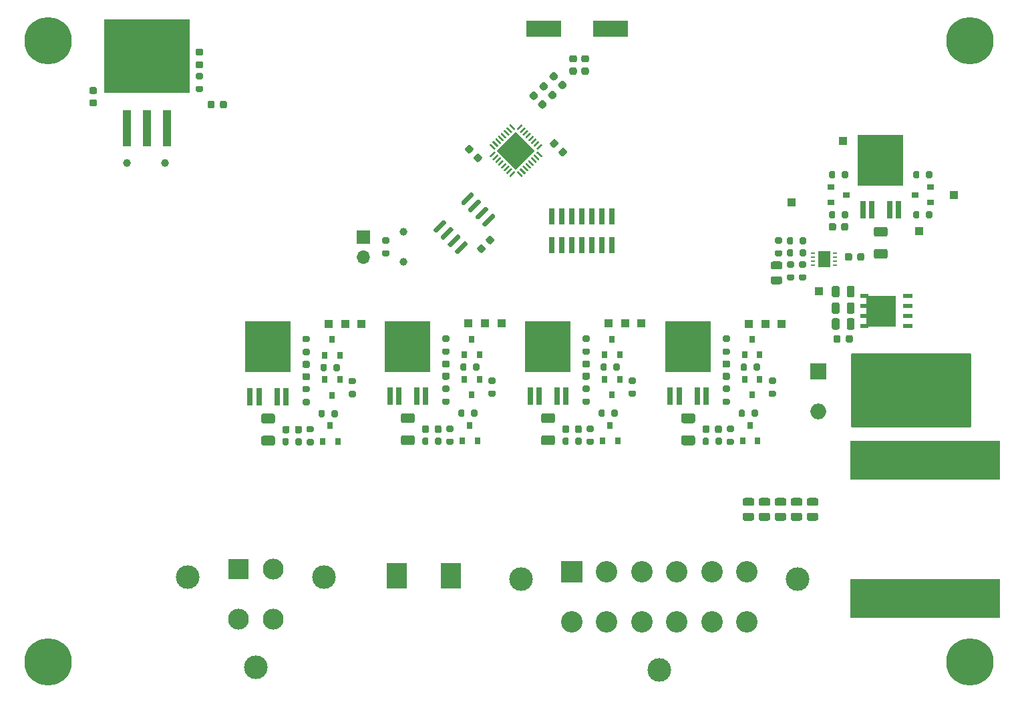
<source format=gbr>
%TF.GenerationSoftware,KiCad,Pcbnew,(5.1.9-0-10_14)*%
%TF.CreationDate,2021-07-17T22:03:01+08:00*%
%TF.ProjectId,pdm,70646d2e-6b69-4636-9164-5f7063625858,rev?*%
%TF.SameCoordinates,Original*%
%TF.FileFunction,Soldermask,Top*%
%TF.FilePolarity,Negative*%
%FSLAX46Y46*%
G04 Gerber Fmt 4.6, Leading zero omitted, Abs format (unit mm)*
G04 Created by KiCad (PCBNEW (5.1.9-0-10_14)) date 2021-07-17 22:03:01*
%MOMM*%
%LPD*%
G01*
G04 APERTURE LIST*
%ADD10R,1.000000X1.000000*%
%ADD11C,0.100000*%
%ADD12R,0.750000X2.100000*%
%ADD13O,2.000000X2.000000*%
%ADD14R,2.000000X2.000000*%
%ADD15O,3.500000X3.500000*%
%ADD16C,1.000000*%
%ADD17R,19.000000X5.000000*%
%ADD18R,3.810000X3.910000*%
%ADD19R,1.020000X0.610000*%
%ADD20R,1.270000X0.610000*%
%ADD21R,2.500000X3.300000*%
%ADD22O,1.700000X1.700000*%
%ADD23R,1.700000X1.700000*%
%ADD24R,5.800000X6.400000*%
%ADD25R,0.800000X2.200000*%
%ADD26R,0.900000X0.800000*%
%ADD27R,0.600000X0.250000*%
%ADD28R,1.600000X2.000000*%
%ADD29R,10.800000X9.400000*%
%ADD30R,1.100000X4.600000*%
%ADD31R,0.800000X0.900000*%
%ADD32R,4.500000X2.000000*%
%ADD33R,2.715000X2.715000*%
%ADD34C,2.715000*%
%ADD35C,2.990000*%
%ADD36C,6.000000*%
%ADD37C,0.800000*%
%ADD38C,2.640000*%
%ADD39R,2.640000X2.640000*%
%ADD40C,0.254000*%
G04 APERTURE END LIST*
D10*
%TO.C,TP19*%
X204851000Y-75374500D03*
%TD*%
%TO.C,TP18*%
X208343500Y-86677500D03*
%TD*%
%TO.C,TP17*%
X221043500Y-78994000D03*
%TD*%
%TO.C,TP16*%
X225425000Y-74485500D03*
%TD*%
%TO.C,TP15*%
X211391500Y-67564000D03*
%TD*%
%TO.C,TP14*%
X199420000Y-90761000D03*
%TD*%
%TO.C,TP13*%
X203611000Y-90761000D03*
%TD*%
%TO.C,TP12*%
X201515500Y-90761000D03*
%TD*%
%TO.C,TP11*%
X163877000Y-90751000D03*
%TD*%
%TO.C,TP10*%
X168068000Y-90751000D03*
%TD*%
%TO.C,TP9*%
X165972500Y-90751000D03*
%TD*%
%TO.C,TP8*%
X146177000Y-90805000D03*
%TD*%
%TO.C,TP7*%
X150368000Y-90805000D03*
%TD*%
%TO.C,TP6*%
X148272500Y-90805000D03*
%TD*%
%TO.C,TP5*%
X181655280Y-90752159D03*
%TD*%
%TO.C,TP4*%
X185846280Y-90752159D03*
%TD*%
%TO.C,TP3*%
X183750780Y-90752159D03*
%TD*%
D11*
%TO.C,U3*%
G36*
X169926000Y-66394482D02*
G01*
X172365518Y-68834000D01*
X169926000Y-71273518D01*
X167486482Y-68834000D01*
X169926000Y-66394482D01*
G37*
G36*
G01*
X172710233Y-68966583D02*
X173240563Y-69496913D01*
G75*
G02*
X173240563Y-69585301I-44194J-44194D01*
G01*
X173152175Y-69673689D01*
G75*
G02*
X173063787Y-69673689I-44194J44194D01*
G01*
X172533457Y-69143359D01*
G75*
G02*
X172533457Y-69054971I44194J44194D01*
G01*
X172621845Y-68966583D01*
G75*
G02*
X172710233Y-68966583I44194J-44194D01*
G01*
G37*
G36*
G01*
X172356679Y-69320136D02*
X172887009Y-69850466D01*
G75*
G02*
X172887009Y-69938854I-44194J-44194D01*
G01*
X172798621Y-70027242D01*
G75*
G02*
X172710233Y-70027242I-44194J44194D01*
G01*
X172179903Y-69496912D01*
G75*
G02*
X172179903Y-69408524I44194J44194D01*
G01*
X172268291Y-69320136D01*
G75*
G02*
X172356679Y-69320136I44194J-44194D01*
G01*
G37*
G36*
G01*
X172003126Y-69673690D02*
X172533456Y-70204020D01*
G75*
G02*
X172533456Y-70292408I-44194J-44194D01*
G01*
X172445068Y-70380796D01*
G75*
G02*
X172356680Y-70380796I-44194J44194D01*
G01*
X171826350Y-69850466D01*
G75*
G02*
X171826350Y-69762078I44194J44194D01*
G01*
X171914738Y-69673690D01*
G75*
G02*
X172003126Y-69673690I44194J-44194D01*
G01*
G37*
G36*
G01*
X171649572Y-70027243D02*
X172179902Y-70557573D01*
G75*
G02*
X172179902Y-70645961I-44194J-44194D01*
G01*
X172091514Y-70734349D01*
G75*
G02*
X172003126Y-70734349I-44194J44194D01*
G01*
X171472796Y-70204019D01*
G75*
G02*
X171472796Y-70115631I44194J44194D01*
G01*
X171561184Y-70027243D01*
G75*
G02*
X171649572Y-70027243I44194J-44194D01*
G01*
G37*
G36*
G01*
X171296019Y-70380796D02*
X171826349Y-70911126D01*
G75*
G02*
X171826349Y-70999514I-44194J-44194D01*
G01*
X171737961Y-71087902D01*
G75*
G02*
X171649573Y-71087902I-44194J44194D01*
G01*
X171119243Y-70557572D01*
G75*
G02*
X171119243Y-70469184I44194J44194D01*
G01*
X171207631Y-70380796D01*
G75*
G02*
X171296019Y-70380796I44194J-44194D01*
G01*
G37*
G36*
G01*
X170942466Y-70734350D02*
X171472796Y-71264680D01*
G75*
G02*
X171472796Y-71353068I-44194J-44194D01*
G01*
X171384408Y-71441456D01*
G75*
G02*
X171296020Y-71441456I-44194J44194D01*
G01*
X170765690Y-70911126D01*
G75*
G02*
X170765690Y-70822738I44194J44194D01*
G01*
X170854078Y-70734350D01*
G75*
G02*
X170942466Y-70734350I44194J-44194D01*
G01*
G37*
G36*
G01*
X170588912Y-71087903D02*
X171119242Y-71618233D01*
G75*
G02*
X171119242Y-71706621I-44194J-44194D01*
G01*
X171030854Y-71795009D01*
G75*
G02*
X170942466Y-71795009I-44194J44194D01*
G01*
X170412136Y-71264679D01*
G75*
G02*
X170412136Y-71176291I44194J44194D01*
G01*
X170500524Y-71087903D01*
G75*
G02*
X170588912Y-71087903I44194J-44194D01*
G01*
G37*
G36*
G01*
X170235359Y-71441457D02*
X170765689Y-71971787D01*
G75*
G02*
X170765689Y-72060175I-44194J-44194D01*
G01*
X170677301Y-72148563D01*
G75*
G02*
X170588913Y-72148563I-44194J44194D01*
G01*
X170058583Y-71618233D01*
G75*
G02*
X170058583Y-71529845I44194J44194D01*
G01*
X170146971Y-71441457D01*
G75*
G02*
X170235359Y-71441457I44194J-44194D01*
G01*
G37*
G36*
G01*
X169705029Y-71441457D02*
X169793417Y-71529845D01*
G75*
G02*
X169793417Y-71618233I-44194J-44194D01*
G01*
X169263087Y-72148563D01*
G75*
G02*
X169174699Y-72148563I-44194J44194D01*
G01*
X169086311Y-72060175D01*
G75*
G02*
X169086311Y-71971787I44194J44194D01*
G01*
X169616641Y-71441457D01*
G75*
G02*
X169705029Y-71441457I44194J-44194D01*
G01*
G37*
G36*
G01*
X169351476Y-71087903D02*
X169439864Y-71176291D01*
G75*
G02*
X169439864Y-71264679I-44194J-44194D01*
G01*
X168909534Y-71795009D01*
G75*
G02*
X168821146Y-71795009I-44194J44194D01*
G01*
X168732758Y-71706621D01*
G75*
G02*
X168732758Y-71618233I44194J44194D01*
G01*
X169263088Y-71087903D01*
G75*
G02*
X169351476Y-71087903I44194J-44194D01*
G01*
G37*
G36*
G01*
X168997922Y-70734350D02*
X169086310Y-70822738D01*
G75*
G02*
X169086310Y-70911126I-44194J-44194D01*
G01*
X168555980Y-71441456D01*
G75*
G02*
X168467592Y-71441456I-44194J44194D01*
G01*
X168379204Y-71353068D01*
G75*
G02*
X168379204Y-71264680I44194J44194D01*
G01*
X168909534Y-70734350D01*
G75*
G02*
X168997922Y-70734350I44194J-44194D01*
G01*
G37*
G36*
G01*
X168644369Y-70380796D02*
X168732757Y-70469184D01*
G75*
G02*
X168732757Y-70557572I-44194J-44194D01*
G01*
X168202427Y-71087902D01*
G75*
G02*
X168114039Y-71087902I-44194J44194D01*
G01*
X168025651Y-70999514D01*
G75*
G02*
X168025651Y-70911126I44194J44194D01*
G01*
X168555981Y-70380796D01*
G75*
G02*
X168644369Y-70380796I44194J-44194D01*
G01*
G37*
G36*
G01*
X168290816Y-70027243D02*
X168379204Y-70115631D01*
G75*
G02*
X168379204Y-70204019I-44194J-44194D01*
G01*
X167848874Y-70734349D01*
G75*
G02*
X167760486Y-70734349I-44194J44194D01*
G01*
X167672098Y-70645961D01*
G75*
G02*
X167672098Y-70557573I44194J44194D01*
G01*
X168202428Y-70027243D01*
G75*
G02*
X168290816Y-70027243I44194J-44194D01*
G01*
G37*
G36*
G01*
X167937262Y-69673690D02*
X168025650Y-69762078D01*
G75*
G02*
X168025650Y-69850466I-44194J-44194D01*
G01*
X167495320Y-70380796D01*
G75*
G02*
X167406932Y-70380796I-44194J44194D01*
G01*
X167318544Y-70292408D01*
G75*
G02*
X167318544Y-70204020I44194J44194D01*
G01*
X167848874Y-69673690D01*
G75*
G02*
X167937262Y-69673690I44194J-44194D01*
G01*
G37*
G36*
G01*
X167583709Y-69320136D02*
X167672097Y-69408524D01*
G75*
G02*
X167672097Y-69496912I-44194J-44194D01*
G01*
X167141767Y-70027242D01*
G75*
G02*
X167053379Y-70027242I-44194J44194D01*
G01*
X166964991Y-69938854D01*
G75*
G02*
X166964991Y-69850466I44194J44194D01*
G01*
X167495321Y-69320136D01*
G75*
G02*
X167583709Y-69320136I44194J-44194D01*
G01*
G37*
G36*
G01*
X167230155Y-68966583D02*
X167318543Y-69054971D01*
G75*
G02*
X167318543Y-69143359I-44194J-44194D01*
G01*
X166788213Y-69673689D01*
G75*
G02*
X166699825Y-69673689I-44194J44194D01*
G01*
X166611437Y-69585301D01*
G75*
G02*
X166611437Y-69496913I44194J44194D01*
G01*
X167141767Y-68966583D01*
G75*
G02*
X167230155Y-68966583I44194J-44194D01*
G01*
G37*
G36*
G01*
X166788213Y-67994311D02*
X167318543Y-68524641D01*
G75*
G02*
X167318543Y-68613029I-44194J-44194D01*
G01*
X167230155Y-68701417D01*
G75*
G02*
X167141767Y-68701417I-44194J44194D01*
G01*
X166611437Y-68171087D01*
G75*
G02*
X166611437Y-68082699I44194J44194D01*
G01*
X166699825Y-67994311D01*
G75*
G02*
X166788213Y-67994311I44194J-44194D01*
G01*
G37*
G36*
G01*
X167141767Y-67640758D02*
X167672097Y-68171088D01*
G75*
G02*
X167672097Y-68259476I-44194J-44194D01*
G01*
X167583709Y-68347864D01*
G75*
G02*
X167495321Y-68347864I-44194J44194D01*
G01*
X166964991Y-67817534D01*
G75*
G02*
X166964991Y-67729146I44194J44194D01*
G01*
X167053379Y-67640758D01*
G75*
G02*
X167141767Y-67640758I44194J-44194D01*
G01*
G37*
G36*
G01*
X167495320Y-67287204D02*
X168025650Y-67817534D01*
G75*
G02*
X168025650Y-67905922I-44194J-44194D01*
G01*
X167937262Y-67994310D01*
G75*
G02*
X167848874Y-67994310I-44194J44194D01*
G01*
X167318544Y-67463980D01*
G75*
G02*
X167318544Y-67375592I44194J44194D01*
G01*
X167406932Y-67287204D01*
G75*
G02*
X167495320Y-67287204I44194J-44194D01*
G01*
G37*
G36*
G01*
X167848874Y-66933651D02*
X168379204Y-67463981D01*
G75*
G02*
X168379204Y-67552369I-44194J-44194D01*
G01*
X168290816Y-67640757D01*
G75*
G02*
X168202428Y-67640757I-44194J44194D01*
G01*
X167672098Y-67110427D01*
G75*
G02*
X167672098Y-67022039I44194J44194D01*
G01*
X167760486Y-66933651D01*
G75*
G02*
X167848874Y-66933651I44194J-44194D01*
G01*
G37*
G36*
G01*
X168202427Y-66580098D02*
X168732757Y-67110428D01*
G75*
G02*
X168732757Y-67198816I-44194J-44194D01*
G01*
X168644369Y-67287204D01*
G75*
G02*
X168555981Y-67287204I-44194J44194D01*
G01*
X168025651Y-66756874D01*
G75*
G02*
X168025651Y-66668486I44194J44194D01*
G01*
X168114039Y-66580098D01*
G75*
G02*
X168202427Y-66580098I44194J-44194D01*
G01*
G37*
G36*
G01*
X168555980Y-66226544D02*
X169086310Y-66756874D01*
G75*
G02*
X169086310Y-66845262I-44194J-44194D01*
G01*
X168997922Y-66933650D01*
G75*
G02*
X168909534Y-66933650I-44194J44194D01*
G01*
X168379204Y-66403320D01*
G75*
G02*
X168379204Y-66314932I44194J44194D01*
G01*
X168467592Y-66226544D01*
G75*
G02*
X168555980Y-66226544I44194J-44194D01*
G01*
G37*
G36*
G01*
X168909534Y-65872991D02*
X169439864Y-66403321D01*
G75*
G02*
X169439864Y-66491709I-44194J-44194D01*
G01*
X169351476Y-66580097D01*
G75*
G02*
X169263088Y-66580097I-44194J44194D01*
G01*
X168732758Y-66049767D01*
G75*
G02*
X168732758Y-65961379I44194J44194D01*
G01*
X168821146Y-65872991D01*
G75*
G02*
X168909534Y-65872991I44194J-44194D01*
G01*
G37*
G36*
G01*
X169263087Y-65519437D02*
X169793417Y-66049767D01*
G75*
G02*
X169793417Y-66138155I-44194J-44194D01*
G01*
X169705029Y-66226543D01*
G75*
G02*
X169616641Y-66226543I-44194J44194D01*
G01*
X169086311Y-65696213D01*
G75*
G02*
X169086311Y-65607825I44194J44194D01*
G01*
X169174699Y-65519437D01*
G75*
G02*
X169263087Y-65519437I44194J-44194D01*
G01*
G37*
G36*
G01*
X170677301Y-65519437D02*
X170765689Y-65607825D01*
G75*
G02*
X170765689Y-65696213I-44194J-44194D01*
G01*
X170235359Y-66226543D01*
G75*
G02*
X170146971Y-66226543I-44194J44194D01*
G01*
X170058583Y-66138155D01*
G75*
G02*
X170058583Y-66049767I44194J44194D01*
G01*
X170588913Y-65519437D01*
G75*
G02*
X170677301Y-65519437I44194J-44194D01*
G01*
G37*
G36*
G01*
X171030854Y-65872991D02*
X171119242Y-65961379D01*
G75*
G02*
X171119242Y-66049767I-44194J-44194D01*
G01*
X170588912Y-66580097D01*
G75*
G02*
X170500524Y-66580097I-44194J44194D01*
G01*
X170412136Y-66491709D01*
G75*
G02*
X170412136Y-66403321I44194J44194D01*
G01*
X170942466Y-65872991D01*
G75*
G02*
X171030854Y-65872991I44194J-44194D01*
G01*
G37*
G36*
G01*
X171384408Y-66226544D02*
X171472796Y-66314932D01*
G75*
G02*
X171472796Y-66403320I-44194J-44194D01*
G01*
X170942466Y-66933650D01*
G75*
G02*
X170854078Y-66933650I-44194J44194D01*
G01*
X170765690Y-66845262D01*
G75*
G02*
X170765690Y-66756874I44194J44194D01*
G01*
X171296020Y-66226544D01*
G75*
G02*
X171384408Y-66226544I44194J-44194D01*
G01*
G37*
G36*
G01*
X171737961Y-66580098D02*
X171826349Y-66668486D01*
G75*
G02*
X171826349Y-66756874I-44194J-44194D01*
G01*
X171296019Y-67287204D01*
G75*
G02*
X171207631Y-67287204I-44194J44194D01*
G01*
X171119243Y-67198816D01*
G75*
G02*
X171119243Y-67110428I44194J44194D01*
G01*
X171649573Y-66580098D01*
G75*
G02*
X171737961Y-66580098I44194J-44194D01*
G01*
G37*
G36*
G01*
X172091514Y-66933651D02*
X172179902Y-67022039D01*
G75*
G02*
X172179902Y-67110427I-44194J-44194D01*
G01*
X171649572Y-67640757D01*
G75*
G02*
X171561184Y-67640757I-44194J44194D01*
G01*
X171472796Y-67552369D01*
G75*
G02*
X171472796Y-67463981I44194J44194D01*
G01*
X172003126Y-66933651D01*
G75*
G02*
X172091514Y-66933651I44194J-44194D01*
G01*
G37*
G36*
G01*
X172445068Y-67287204D02*
X172533456Y-67375592D01*
G75*
G02*
X172533456Y-67463980I-44194J-44194D01*
G01*
X172003126Y-67994310D01*
G75*
G02*
X171914738Y-67994310I-44194J44194D01*
G01*
X171826350Y-67905922D01*
G75*
G02*
X171826350Y-67817534I44194J44194D01*
G01*
X172356680Y-67287204D01*
G75*
G02*
X172445068Y-67287204I44194J-44194D01*
G01*
G37*
G36*
G01*
X172798621Y-67640758D02*
X172887009Y-67729146D01*
G75*
G02*
X172887009Y-67817534I-44194J-44194D01*
G01*
X172356679Y-68347864D01*
G75*
G02*
X172268291Y-68347864I-44194J44194D01*
G01*
X172179903Y-68259476D01*
G75*
G02*
X172179903Y-68171088I44194J44194D01*
G01*
X172710233Y-67640758D01*
G75*
G02*
X172798621Y-67640758I44194J-44194D01*
G01*
G37*
G36*
G01*
X173152175Y-67994311D02*
X173240563Y-68082699D01*
G75*
G02*
X173240563Y-68171087I-44194J-44194D01*
G01*
X172710233Y-68701417D01*
G75*
G02*
X172621845Y-68701417I-44194J44194D01*
G01*
X172533457Y-68613029D01*
G75*
G02*
X172533457Y-68524641I44194J44194D01*
G01*
X173063787Y-67994311D01*
G75*
G02*
X173152175Y-67994311I44194J-44194D01*
G01*
G37*
%TD*%
D12*
%TO.C,J2*%
X182118000Y-80794000D03*
X182118000Y-77194000D03*
X180848000Y-80794000D03*
X180848000Y-77194000D03*
X179578000Y-80794000D03*
X179578000Y-77194000D03*
X178308000Y-80794000D03*
X178308000Y-77194000D03*
X177038000Y-80794000D03*
X177038000Y-77194000D03*
X175768000Y-80794000D03*
X175768000Y-77194000D03*
X174498000Y-80794000D03*
X174498000Y-77194000D03*
%TD*%
%TO.C,C10*%
G36*
G01*
X175206967Y-59537413D02*
X174853413Y-59890967D01*
G75*
G02*
X174535215Y-59890967I-159099J159099D01*
G01*
X174217017Y-59572769D01*
G75*
G02*
X174217017Y-59254571I159099J159099D01*
G01*
X174570571Y-58901017D01*
G75*
G02*
X174888769Y-58901017I159099J-159099D01*
G01*
X175206967Y-59219215D01*
G75*
G02*
X175206967Y-59537413I-159099J-159099D01*
G01*
G37*
G36*
G01*
X176302983Y-60633429D02*
X175949429Y-60986983D01*
G75*
G02*
X175631231Y-60986983I-159099J159099D01*
G01*
X175313033Y-60668785D01*
G75*
G02*
X175313033Y-60350587I159099J159099D01*
G01*
X175666587Y-59997033D01*
G75*
G02*
X175984785Y-59997033I159099J-159099D01*
G01*
X176302983Y-60315231D01*
G75*
G02*
X176302983Y-60633429I-159099J-159099D01*
G01*
G37*
%TD*%
D13*
%TO.C,D6*%
X208280000Y-101854000D03*
D14*
X208280000Y-96774000D03*
D15*
X224940000Y-99314000D03*
%TD*%
%TO.C,C26*%
G36*
G01*
X203929000Y-113850000D02*
X202979000Y-113850000D01*
G75*
G02*
X202729000Y-113600000I0J250000D01*
G01*
X202729000Y-113100000D01*
G75*
G02*
X202979000Y-112850000I250000J0D01*
G01*
X203929000Y-112850000D01*
G75*
G02*
X204179000Y-113100000I0J-250000D01*
G01*
X204179000Y-113600000D01*
G75*
G02*
X203929000Y-113850000I-250000J0D01*
G01*
G37*
G36*
G01*
X203929000Y-115750000D02*
X202979000Y-115750000D01*
G75*
G02*
X202729000Y-115500000I0J250000D01*
G01*
X202729000Y-115000000D01*
G75*
G02*
X202979000Y-114750000I250000J0D01*
G01*
X203929000Y-114750000D01*
G75*
G02*
X204179000Y-115000000I0J-250000D01*
G01*
X204179000Y-115500000D01*
G75*
G02*
X203929000Y-115750000I-250000J0D01*
G01*
G37*
%TD*%
%TO.C,C25*%
G36*
G01*
X205961000Y-113850000D02*
X205011000Y-113850000D01*
G75*
G02*
X204761000Y-113600000I0J250000D01*
G01*
X204761000Y-113100000D01*
G75*
G02*
X205011000Y-112850000I250000J0D01*
G01*
X205961000Y-112850000D01*
G75*
G02*
X206211000Y-113100000I0J-250000D01*
G01*
X206211000Y-113600000D01*
G75*
G02*
X205961000Y-113850000I-250000J0D01*
G01*
G37*
G36*
G01*
X205961000Y-115750000D02*
X205011000Y-115750000D01*
G75*
G02*
X204761000Y-115500000I0J250000D01*
G01*
X204761000Y-115000000D01*
G75*
G02*
X205011000Y-114750000I250000J0D01*
G01*
X205961000Y-114750000D01*
G75*
G02*
X206211000Y-115000000I0J-250000D01*
G01*
X206211000Y-115500000D01*
G75*
G02*
X205961000Y-115750000I-250000J0D01*
G01*
G37*
%TD*%
%TO.C,C22*%
G36*
G01*
X199865000Y-113850000D02*
X198915000Y-113850000D01*
G75*
G02*
X198665000Y-113600000I0J250000D01*
G01*
X198665000Y-113100000D01*
G75*
G02*
X198915000Y-112850000I250000J0D01*
G01*
X199865000Y-112850000D01*
G75*
G02*
X200115000Y-113100000I0J-250000D01*
G01*
X200115000Y-113600000D01*
G75*
G02*
X199865000Y-113850000I-250000J0D01*
G01*
G37*
G36*
G01*
X199865000Y-115750000D02*
X198915000Y-115750000D01*
G75*
G02*
X198665000Y-115500000I0J250000D01*
G01*
X198665000Y-115000000D01*
G75*
G02*
X198915000Y-114750000I250000J0D01*
G01*
X199865000Y-114750000D01*
G75*
G02*
X200115000Y-115000000I0J-250000D01*
G01*
X200115000Y-115500000D01*
G75*
G02*
X199865000Y-115750000I-250000J0D01*
G01*
G37*
%TD*%
%TO.C,C21*%
G36*
G01*
X201897000Y-113850000D02*
X200947000Y-113850000D01*
G75*
G02*
X200697000Y-113600000I0J250000D01*
G01*
X200697000Y-113100000D01*
G75*
G02*
X200947000Y-112850000I250000J0D01*
G01*
X201897000Y-112850000D01*
G75*
G02*
X202147000Y-113100000I0J-250000D01*
G01*
X202147000Y-113600000D01*
G75*
G02*
X201897000Y-113850000I-250000J0D01*
G01*
G37*
G36*
G01*
X201897000Y-115750000D02*
X200947000Y-115750000D01*
G75*
G02*
X200697000Y-115500000I0J250000D01*
G01*
X200697000Y-115000000D01*
G75*
G02*
X200947000Y-114750000I250000J0D01*
G01*
X201897000Y-114750000D01*
G75*
G02*
X202147000Y-115000000I0J-250000D01*
G01*
X202147000Y-115500000D01*
G75*
G02*
X201897000Y-115750000I-250000J0D01*
G01*
G37*
%TD*%
%TO.C,C20*%
G36*
G01*
X203421000Y-83878000D02*
X202471000Y-83878000D01*
G75*
G02*
X202221000Y-83628000I0J250000D01*
G01*
X202221000Y-83128000D01*
G75*
G02*
X202471000Y-82878000I250000J0D01*
G01*
X203421000Y-82878000D01*
G75*
G02*
X203671000Y-83128000I0J-250000D01*
G01*
X203671000Y-83628000D01*
G75*
G02*
X203421000Y-83878000I-250000J0D01*
G01*
G37*
G36*
G01*
X203421000Y-85778000D02*
X202471000Y-85778000D01*
G75*
G02*
X202221000Y-85528000I0J250000D01*
G01*
X202221000Y-85028000D01*
G75*
G02*
X202471000Y-84778000I250000J0D01*
G01*
X203421000Y-84778000D01*
G75*
G02*
X203671000Y-85028000I0J-250000D01*
G01*
X203671000Y-85528000D01*
G75*
G02*
X203421000Y-85778000I-250000J0D01*
G01*
G37*
%TD*%
D16*
%TO.C,CANH_TP1*%
X155702000Y-79121000D03*
%TD*%
%TO.C,C8*%
G36*
G01*
X172666967Y-62015782D02*
X172313413Y-62369336D01*
G75*
G02*
X171995215Y-62369336I-159099J159099D01*
G01*
X171677017Y-62051138D01*
G75*
G02*
X171677017Y-61732940I159099J159099D01*
G01*
X172030571Y-61379386D01*
G75*
G02*
X172348769Y-61379386I159099J-159099D01*
G01*
X172666967Y-61697584D01*
G75*
G02*
X172666967Y-62015782I-159099J-159099D01*
G01*
G37*
G36*
G01*
X173762983Y-63111798D02*
X173409429Y-63465352D01*
G75*
G02*
X173091231Y-63465352I-159099J159099D01*
G01*
X172773033Y-63147154D01*
G75*
G02*
X172773033Y-62828956I159099J159099D01*
G01*
X173126587Y-62475402D01*
G75*
G02*
X173444785Y-62475402I159099J-159099D01*
G01*
X173762983Y-62793600D01*
G75*
G02*
X173762983Y-63111798I-159099J-159099D01*
G01*
G37*
%TD*%
%TO.C,C7*%
G36*
G01*
X173936967Y-60807413D02*
X173583413Y-61160967D01*
G75*
G02*
X173265215Y-61160967I-159099J159099D01*
G01*
X172947017Y-60842769D01*
G75*
G02*
X172947017Y-60524571I159099J159099D01*
G01*
X173300571Y-60171017D01*
G75*
G02*
X173618769Y-60171017I159099J-159099D01*
G01*
X173936967Y-60489215D01*
G75*
G02*
X173936967Y-60807413I-159099J-159099D01*
G01*
G37*
G36*
G01*
X175032983Y-61903429D02*
X174679429Y-62256983D01*
G75*
G02*
X174361231Y-62256983I-159099J159099D01*
G01*
X174043033Y-61938785D01*
G75*
G02*
X174043033Y-61620587I159099J159099D01*
G01*
X174396587Y-61267033D01*
G75*
G02*
X174714785Y-61267033I159099J-159099D01*
G01*
X175032983Y-61585231D01*
G75*
G02*
X175032983Y-61903429I-159099J-159099D01*
G01*
G37*
%TD*%
%TO.C,C5*%
G36*
G01*
X175367187Y-68881377D02*
X175720741Y-68527823D01*
G75*
G02*
X176038939Y-68527823I159099J-159099D01*
G01*
X176357137Y-68846021D01*
G75*
G02*
X176357137Y-69164219I-159099J-159099D01*
G01*
X176003583Y-69517773D01*
G75*
G02*
X175685385Y-69517773I-159099J159099D01*
G01*
X175367187Y-69199575D01*
G75*
G02*
X175367187Y-68881377I159099J159099D01*
G01*
G37*
G36*
G01*
X174271171Y-67785361D02*
X174624725Y-67431807D01*
G75*
G02*
X174942923Y-67431807I159099J-159099D01*
G01*
X175261121Y-67750005D01*
G75*
G02*
X175261121Y-68068203I-159099J-159099D01*
G01*
X174907567Y-68421757D01*
G75*
G02*
X174589369Y-68421757I-159099J159099D01*
G01*
X174271171Y-68103559D01*
G75*
G02*
X174271171Y-67785361I159099J159099D01*
G01*
G37*
%TD*%
%TO.C,C4*%
G36*
G01*
X164484813Y-68786623D02*
X164131259Y-69140177D01*
G75*
G02*
X163813061Y-69140177I-159099J159099D01*
G01*
X163494863Y-68821979D01*
G75*
G02*
X163494863Y-68503781I159099J159099D01*
G01*
X163848417Y-68150227D01*
G75*
G02*
X164166615Y-68150227I159099J-159099D01*
G01*
X164484813Y-68468425D01*
G75*
G02*
X164484813Y-68786623I-159099J-159099D01*
G01*
G37*
G36*
G01*
X165580829Y-69882639D02*
X165227275Y-70236193D01*
G75*
G02*
X164909077Y-70236193I-159099J159099D01*
G01*
X164590879Y-69917995D01*
G75*
G02*
X164590879Y-69599797I159099J159099D01*
G01*
X164944433Y-69246243D01*
G75*
G02*
X165262631Y-69246243I159099J-159099D01*
G01*
X165580829Y-69564441D01*
G75*
G02*
X165580829Y-69882639I-159099J-159099D01*
G01*
G37*
%TD*%
D17*
%TO.C,L1*%
X221772000Y-125590000D03*
X221772000Y-108090000D03*
%TD*%
%TO.C,C23*%
G36*
G01*
X207993000Y-113850000D02*
X207043000Y-113850000D01*
G75*
G02*
X206793000Y-113600000I0J250000D01*
G01*
X206793000Y-113100000D01*
G75*
G02*
X207043000Y-112850000I250000J0D01*
G01*
X207993000Y-112850000D01*
G75*
G02*
X208243000Y-113100000I0J-250000D01*
G01*
X208243000Y-113600000D01*
G75*
G02*
X207993000Y-113850000I-250000J0D01*
G01*
G37*
G36*
G01*
X207993000Y-115750000D02*
X207043000Y-115750000D01*
G75*
G02*
X206793000Y-115500000I0J250000D01*
G01*
X206793000Y-115000000D01*
G75*
G02*
X207043000Y-114750000I250000J0D01*
G01*
X207993000Y-114750000D01*
G75*
G02*
X208243000Y-115000000I0J-250000D01*
G01*
X208243000Y-115500000D01*
G75*
G02*
X207993000Y-115750000I-250000J0D01*
G01*
G37*
%TD*%
%TO.C,C18*%
G36*
G01*
X211850000Y-89275000D02*
X211850000Y-88325000D01*
G75*
G02*
X212100000Y-88075000I250000J0D01*
G01*
X212600000Y-88075000D01*
G75*
G02*
X212850000Y-88325000I0J-250000D01*
G01*
X212850000Y-89275000D01*
G75*
G02*
X212600000Y-89525000I-250000J0D01*
G01*
X212100000Y-89525000D01*
G75*
G02*
X211850000Y-89275000I0J250000D01*
G01*
G37*
G36*
G01*
X209950000Y-89275000D02*
X209950000Y-88325000D01*
G75*
G02*
X210200000Y-88075000I250000J0D01*
G01*
X210700000Y-88075000D01*
G75*
G02*
X210950000Y-88325000I0J-250000D01*
G01*
X210950000Y-89275000D01*
G75*
G02*
X210700000Y-89525000I-250000J0D01*
G01*
X210200000Y-89525000D01*
G75*
G02*
X209950000Y-89275000I0J250000D01*
G01*
G37*
%TD*%
%TO.C,C16*%
G36*
G01*
X211850000Y-87175000D02*
X211850000Y-86225000D01*
G75*
G02*
X212100000Y-85975000I250000J0D01*
G01*
X212600000Y-85975000D01*
G75*
G02*
X212850000Y-86225000I0J-250000D01*
G01*
X212850000Y-87175000D01*
G75*
G02*
X212600000Y-87425000I-250000J0D01*
G01*
X212100000Y-87425000D01*
G75*
G02*
X211850000Y-87175000I0J250000D01*
G01*
G37*
G36*
G01*
X209950000Y-87175000D02*
X209950000Y-86225000D01*
G75*
G02*
X210200000Y-85975000I250000J0D01*
G01*
X210700000Y-85975000D01*
G75*
G02*
X210950000Y-86225000I0J-250000D01*
G01*
X210950000Y-87175000D01*
G75*
G02*
X210700000Y-87425000I-250000J0D01*
G01*
X210200000Y-87425000D01*
G75*
G02*
X209950000Y-87175000I0J250000D01*
G01*
G37*
%TD*%
%TO.C,C12*%
G36*
G01*
X211850000Y-91275000D02*
X211850000Y-90325000D01*
G75*
G02*
X212100000Y-90075000I250000J0D01*
G01*
X212600000Y-90075000D01*
G75*
G02*
X212850000Y-90325000I0J-250000D01*
G01*
X212850000Y-91275000D01*
G75*
G02*
X212600000Y-91525000I-250000J0D01*
G01*
X212100000Y-91525000D01*
G75*
G02*
X211850000Y-91275000I0J250000D01*
G01*
G37*
G36*
G01*
X209950000Y-91275000D02*
X209950000Y-90325000D01*
G75*
G02*
X210200000Y-90075000I250000J0D01*
G01*
X210700000Y-90075000D01*
G75*
G02*
X210950000Y-90325000I0J-250000D01*
G01*
X210950000Y-91275000D01*
G75*
G02*
X210700000Y-91525000I-250000J0D01*
G01*
X210200000Y-91525000D01*
G75*
G02*
X209950000Y-91275000I0J250000D01*
G01*
G37*
%TD*%
D18*
%TO.C,Q15*%
X216226000Y-89154000D03*
D19*
X214121000Y-91059000D03*
X214121000Y-89789000D03*
X214121000Y-88519000D03*
X214121000Y-87249000D03*
D20*
X219586000Y-87249000D03*
X219586000Y-88519000D03*
X219586000Y-89789000D03*
X219586000Y-91059000D03*
%TD*%
D21*
%TO.C,D2*%
X161642000Y-122682000D03*
X154842000Y-122682000D03*
%TD*%
D22*
%TO.C,J3*%
X150622000Y-82296000D03*
D23*
X150622000Y-79756000D03*
%TD*%
D24*
%TO.C,U7*%
X216154000Y-70036000D03*
D25*
X218434000Y-76336000D03*
X217294000Y-76336000D03*
X215014000Y-76336000D03*
X213874000Y-76336000D03*
%TD*%
%TO.C,R31*%
G36*
G01*
X221063000Y-76687000D02*
X221063000Y-77237000D01*
G75*
G02*
X220863000Y-77437000I-200000J0D01*
G01*
X220463000Y-77437000D01*
G75*
G02*
X220263000Y-77237000I0J200000D01*
G01*
X220263000Y-76687000D01*
G75*
G02*
X220463000Y-76487000I200000J0D01*
G01*
X220863000Y-76487000D01*
G75*
G02*
X221063000Y-76687000I0J-200000D01*
G01*
G37*
G36*
G01*
X222713000Y-76687000D02*
X222713000Y-77237000D01*
G75*
G02*
X222513000Y-77437000I-200000J0D01*
G01*
X222113000Y-77437000D01*
G75*
G02*
X221913000Y-77237000I0J200000D01*
G01*
X221913000Y-76687000D01*
G75*
G02*
X222113000Y-76487000I200000J0D01*
G01*
X222513000Y-76487000D01*
G75*
G02*
X222713000Y-76687000I0J-200000D01*
G01*
G37*
%TD*%
%TO.C,R30*%
G36*
G01*
X221913000Y-72157000D02*
X221913000Y-71607000D01*
G75*
G02*
X222113000Y-71407000I200000J0D01*
G01*
X222513000Y-71407000D01*
G75*
G02*
X222713000Y-71607000I0J-200000D01*
G01*
X222713000Y-72157000D01*
G75*
G02*
X222513000Y-72357000I-200000J0D01*
G01*
X222113000Y-72357000D01*
G75*
G02*
X221913000Y-72157000I0J200000D01*
G01*
G37*
G36*
G01*
X220263000Y-72157000D02*
X220263000Y-71607000D01*
G75*
G02*
X220463000Y-71407000I200000J0D01*
G01*
X220863000Y-71407000D01*
G75*
G02*
X221063000Y-71607000I0J-200000D01*
G01*
X221063000Y-72157000D01*
G75*
G02*
X220863000Y-72357000I-200000J0D01*
G01*
X220463000Y-72357000D01*
G75*
G02*
X220263000Y-72157000I0J200000D01*
G01*
G37*
%TD*%
%TO.C,R9*%
G36*
G01*
X210395000Y-76687000D02*
X210395000Y-77237000D01*
G75*
G02*
X210195000Y-77437000I-200000J0D01*
G01*
X209795000Y-77437000D01*
G75*
G02*
X209595000Y-77237000I0J200000D01*
G01*
X209595000Y-76687000D01*
G75*
G02*
X209795000Y-76487000I200000J0D01*
G01*
X210195000Y-76487000D01*
G75*
G02*
X210395000Y-76687000I0J-200000D01*
G01*
G37*
G36*
G01*
X212045000Y-76687000D02*
X212045000Y-77237000D01*
G75*
G02*
X211845000Y-77437000I-200000J0D01*
G01*
X211445000Y-77437000D01*
G75*
G02*
X211245000Y-77237000I0J200000D01*
G01*
X211245000Y-76687000D01*
G75*
G02*
X211445000Y-76487000I200000J0D01*
G01*
X211845000Y-76487000D01*
G75*
G02*
X212045000Y-76687000I0J-200000D01*
G01*
G37*
%TD*%
%TO.C,R8*%
G36*
G01*
X210395000Y-71606999D02*
X210395000Y-72156999D01*
G75*
G02*
X210195000Y-72356999I-200000J0D01*
G01*
X209795000Y-72356999D01*
G75*
G02*
X209595000Y-72156999I0J200000D01*
G01*
X209595000Y-71606999D01*
G75*
G02*
X209795000Y-71406999I200000J0D01*
G01*
X210195000Y-71406999D01*
G75*
G02*
X210395000Y-71606999I0J-200000D01*
G01*
G37*
G36*
G01*
X212045000Y-71606999D02*
X212045000Y-72156999D01*
G75*
G02*
X211845000Y-72356999I-200000J0D01*
G01*
X211445000Y-72356999D01*
G75*
G02*
X211245000Y-72156999I0J200000D01*
G01*
X211245000Y-71606999D01*
G75*
G02*
X211445000Y-71406999I200000J0D01*
G01*
X211845000Y-71406999D01*
G75*
G02*
X212045000Y-71606999I0J-200000D01*
G01*
G37*
%TD*%
D26*
%TO.C,Q11*%
X211820000Y-74422000D03*
X209820000Y-75372000D03*
X209820000Y-73472000D03*
%TD*%
%TO.C,Q10*%
X220488000Y-74422000D03*
X222488000Y-73472000D03*
X222488000Y-75372000D03*
%TD*%
%TO.C,C17*%
G36*
G01*
X210495000Y-78236001D02*
X210495000Y-78736001D01*
G75*
G02*
X210270000Y-78961001I-225000J0D01*
G01*
X209820000Y-78961001D01*
G75*
G02*
X209595000Y-78736001I0J225000D01*
G01*
X209595000Y-78236001D01*
G75*
G02*
X209820000Y-78011001I225000J0D01*
G01*
X210270000Y-78011001D01*
G75*
G02*
X210495000Y-78236001I0J-225000D01*
G01*
G37*
G36*
G01*
X212045000Y-78236001D02*
X212045000Y-78736001D01*
G75*
G02*
X211820000Y-78961001I-225000J0D01*
G01*
X211370000Y-78961001D01*
G75*
G02*
X211145000Y-78736001I0J225000D01*
G01*
X211145000Y-78236001D01*
G75*
G02*
X211370000Y-78011001I225000J0D01*
G01*
X211820000Y-78011001D01*
G75*
G02*
X212045000Y-78236001I0J-225000D01*
G01*
G37*
%TD*%
D27*
%TO.C,U8*%
X210384000Y-82842000D03*
X210384000Y-83342000D03*
X207584000Y-83342000D03*
X207584000Y-82342000D03*
X207584000Y-81842000D03*
D28*
X208984000Y-82592000D03*
D27*
X210384000Y-81842000D03*
X210384000Y-82342000D03*
X207584000Y-82842000D03*
%TD*%
%TO.C,R37*%
G36*
G01*
X202925000Y-81451000D02*
X203475000Y-81451000D01*
G75*
G02*
X203675000Y-81651000I0J-200000D01*
G01*
X203675000Y-82051000D01*
G75*
G02*
X203475000Y-82251000I-200000J0D01*
G01*
X202925000Y-82251000D01*
G75*
G02*
X202725000Y-82051000I0J200000D01*
G01*
X202725000Y-81651000D01*
G75*
G02*
X202925000Y-81451000I200000J0D01*
G01*
G37*
G36*
G01*
X202925000Y-79801000D02*
X203475000Y-79801000D01*
G75*
G02*
X203675000Y-80001000I0J-200000D01*
G01*
X203675000Y-80401000D01*
G75*
G02*
X203475000Y-80601000I-200000J0D01*
G01*
X202925000Y-80601000D01*
G75*
G02*
X202725000Y-80401000I0J200000D01*
G01*
X202725000Y-80001000D01*
G75*
G02*
X202925000Y-79801000I200000J0D01*
G01*
G37*
%TD*%
%TO.C,R36*%
G36*
G01*
X205973000Y-84499000D02*
X206523000Y-84499000D01*
G75*
G02*
X206723000Y-84699000I0J-200000D01*
G01*
X206723000Y-85099000D01*
G75*
G02*
X206523000Y-85299000I-200000J0D01*
G01*
X205973000Y-85299000D01*
G75*
G02*
X205773000Y-85099000I0J200000D01*
G01*
X205773000Y-84699000D01*
G75*
G02*
X205973000Y-84499000I200000J0D01*
G01*
G37*
G36*
G01*
X205973000Y-82849000D02*
X206523000Y-82849000D01*
G75*
G02*
X206723000Y-83049000I0J-200000D01*
G01*
X206723000Y-83449000D01*
G75*
G02*
X206523000Y-83649000I-200000J0D01*
G01*
X205973000Y-83649000D01*
G75*
G02*
X205773000Y-83449000I0J200000D01*
G01*
X205773000Y-83049000D01*
G75*
G02*
X205973000Y-82849000I200000J0D01*
G01*
G37*
%TD*%
%TO.C,R35*%
G36*
G01*
X204999000Y-83649000D02*
X204449000Y-83649000D01*
G75*
G02*
X204249000Y-83449000I0J200000D01*
G01*
X204249000Y-83049000D01*
G75*
G02*
X204449000Y-82849000I200000J0D01*
G01*
X204999000Y-82849000D01*
G75*
G02*
X205199000Y-83049000I0J-200000D01*
G01*
X205199000Y-83449000D01*
G75*
G02*
X204999000Y-83649000I-200000J0D01*
G01*
G37*
G36*
G01*
X204999000Y-85299000D02*
X204449000Y-85299000D01*
G75*
G02*
X204249000Y-85099000I0J200000D01*
G01*
X204249000Y-84699000D01*
G75*
G02*
X204449000Y-84499000I200000J0D01*
G01*
X204999000Y-84499000D01*
G75*
G02*
X205199000Y-84699000I0J-200000D01*
G01*
X205199000Y-85099000D01*
G75*
G02*
X204999000Y-85299000I-200000J0D01*
G01*
G37*
%TD*%
%TO.C,R33*%
G36*
G01*
X205061000Y-79989000D02*
X205061000Y-80539000D01*
G75*
G02*
X204861000Y-80739000I-200000J0D01*
G01*
X204461000Y-80739000D01*
G75*
G02*
X204261000Y-80539000I0J200000D01*
G01*
X204261000Y-79989000D01*
G75*
G02*
X204461000Y-79789000I200000J0D01*
G01*
X204861000Y-79789000D01*
G75*
G02*
X205061000Y-79989000I0J-200000D01*
G01*
G37*
G36*
G01*
X206711000Y-79989000D02*
X206711000Y-80539000D01*
G75*
G02*
X206511000Y-80739000I-200000J0D01*
G01*
X206111000Y-80739000D01*
G75*
G02*
X205911000Y-80539000I0J200000D01*
G01*
X205911000Y-79989000D01*
G75*
G02*
X206111000Y-79789000I200000J0D01*
G01*
X206511000Y-79789000D01*
G75*
G02*
X206711000Y-79989000I0J-200000D01*
G01*
G37*
%TD*%
%TO.C,R32*%
G36*
G01*
X205911000Y-82063000D02*
X205911000Y-81513000D01*
G75*
G02*
X206111000Y-81313000I200000J0D01*
G01*
X206511000Y-81313000D01*
G75*
G02*
X206711000Y-81513000I0J-200000D01*
G01*
X206711000Y-82063000D01*
G75*
G02*
X206511000Y-82263000I-200000J0D01*
G01*
X206111000Y-82263000D01*
G75*
G02*
X205911000Y-82063000I0J200000D01*
G01*
G37*
G36*
G01*
X204261000Y-82063000D02*
X204261000Y-81513000D01*
G75*
G02*
X204461000Y-81313000I200000J0D01*
G01*
X204861000Y-81313000D01*
G75*
G02*
X205061000Y-81513000I0J-200000D01*
G01*
X205061000Y-82063000D01*
G75*
G02*
X204861000Y-82263000I-200000J0D01*
G01*
X204461000Y-82263000D01*
G75*
G02*
X204261000Y-82063000I0J200000D01*
G01*
G37*
%TD*%
%TO.C,F4*%
G36*
G01*
X216779000Y-79743000D02*
X215529000Y-79743000D01*
G75*
G02*
X215279000Y-79493000I0J250000D01*
G01*
X215279000Y-78743000D01*
G75*
G02*
X215529000Y-78493000I250000J0D01*
G01*
X216779000Y-78493000D01*
G75*
G02*
X217029000Y-78743000I0J-250000D01*
G01*
X217029000Y-79493000D01*
G75*
G02*
X216779000Y-79743000I-250000J0D01*
G01*
G37*
G36*
G01*
X216779000Y-82543000D02*
X215529000Y-82543000D01*
G75*
G02*
X215279000Y-82293000I0J250000D01*
G01*
X215279000Y-81543000D01*
G75*
G02*
X215529000Y-81293000I250000J0D01*
G01*
X216779000Y-81293000D01*
G75*
G02*
X217029000Y-81543000I0J-250000D01*
G01*
X217029000Y-82293000D01*
G75*
G02*
X216779000Y-82543000I-250000J0D01*
G01*
G37*
%TD*%
%TO.C,C19*%
G36*
G01*
X211725000Y-92950000D02*
X211725000Y-92450000D01*
G75*
G02*
X211950000Y-92225000I225000J0D01*
G01*
X212400000Y-92225000D01*
G75*
G02*
X212625000Y-92450000I0J-225000D01*
G01*
X212625000Y-92950000D01*
G75*
G02*
X212400000Y-93175000I-225000J0D01*
G01*
X211950000Y-93175000D01*
G75*
G02*
X211725000Y-92950000I0J225000D01*
G01*
G37*
G36*
G01*
X210175000Y-92950000D02*
X210175000Y-92450000D01*
G75*
G02*
X210400000Y-92225000I225000J0D01*
G01*
X210850000Y-92225000D01*
G75*
G02*
X211075000Y-92450000I0J-225000D01*
G01*
X211075000Y-92950000D01*
G75*
G02*
X210850000Y-93175000I-225000J0D01*
G01*
X210400000Y-93175000D01*
G75*
G02*
X210175000Y-92950000I0J225000D01*
G01*
G37*
%TD*%
%TO.C,C14*%
G36*
G01*
X213177000Y-82545999D02*
X213177000Y-82045999D01*
G75*
G02*
X213402000Y-81820999I225000J0D01*
G01*
X213852000Y-81820999D01*
G75*
G02*
X214077000Y-82045999I0J-225000D01*
G01*
X214077000Y-82545999D01*
G75*
G02*
X213852000Y-82770999I-225000J0D01*
G01*
X213402000Y-82770999D01*
G75*
G02*
X213177000Y-82545999I0J225000D01*
G01*
G37*
G36*
G01*
X211627000Y-82545999D02*
X211627000Y-82045999D01*
G75*
G02*
X211852000Y-81820999I225000J0D01*
G01*
X212302000Y-81820999D01*
G75*
G02*
X212527000Y-82045999I0J-225000D01*
G01*
X212527000Y-82545999D01*
G75*
G02*
X212302000Y-82770999I-225000J0D01*
G01*
X211852000Y-82770999D01*
G75*
G02*
X211627000Y-82545999I0J225000D01*
G01*
G37*
%TD*%
D16*
%TO.C,TP2*%
X125476000Y-70358000D03*
%TD*%
D29*
%TO.C,U2*%
X123190000Y-56823000D03*
D30*
X125730000Y-65973000D03*
X123190000Y-65973000D03*
X120650000Y-65973000D03*
%TD*%
D24*
%TO.C,U10*%
X191753000Y-93668000D03*
D25*
X194033000Y-99968000D03*
X192893000Y-99968000D03*
X190613000Y-99968000D03*
X189473000Y-99968000D03*
%TD*%
D24*
%TO.C,U5*%
X138510000Y-93712000D03*
D25*
X140790000Y-100012000D03*
X139650000Y-100012000D03*
X137370000Y-100012000D03*
X136230000Y-100012000D03*
%TD*%
D24*
%TO.C,U4*%
X173988280Y-93659159D03*
D25*
X176268280Y-99959159D03*
X175128280Y-99959159D03*
X172848280Y-99959159D03*
X171708280Y-99959159D03*
%TD*%
%TO.C,R46*%
G36*
G01*
X199798000Y-102393000D02*
X199798000Y-101843000D01*
G75*
G02*
X199998000Y-101643000I200000J0D01*
G01*
X200398000Y-101643000D01*
G75*
G02*
X200598000Y-101843000I0J-200000D01*
G01*
X200598000Y-102393000D01*
G75*
G02*
X200398000Y-102593000I-200000J0D01*
G01*
X199998000Y-102593000D01*
G75*
G02*
X199798000Y-102393000I0J200000D01*
G01*
G37*
G36*
G01*
X198148000Y-102393000D02*
X198148000Y-101843000D01*
G75*
G02*
X198348000Y-101643000I200000J0D01*
G01*
X198748000Y-101643000D01*
G75*
G02*
X198948000Y-101843000I0J-200000D01*
G01*
X198948000Y-102393000D01*
G75*
G02*
X198748000Y-102593000I-200000J0D01*
G01*
X198348000Y-102593000D01*
G75*
G02*
X198148000Y-102393000I0J200000D01*
G01*
G37*
%TD*%
%TO.C,R45*%
G36*
G01*
X197362000Y-104487000D02*
X196812000Y-104487000D01*
G75*
G02*
X196612000Y-104287000I0J200000D01*
G01*
X196612000Y-103887000D01*
G75*
G02*
X196812000Y-103687000I200000J0D01*
G01*
X197362000Y-103687000D01*
G75*
G02*
X197562000Y-103887000I0J-200000D01*
G01*
X197562000Y-104287000D01*
G75*
G02*
X197362000Y-104487000I-200000J0D01*
G01*
G37*
G36*
G01*
X197362000Y-106137000D02*
X196812000Y-106137000D01*
G75*
G02*
X196612000Y-105937000I0J200000D01*
G01*
X196612000Y-105537000D01*
G75*
G02*
X196812000Y-105337000I200000J0D01*
G01*
X197362000Y-105337000D01*
G75*
G02*
X197562000Y-105537000I0J-200000D01*
G01*
X197562000Y-105937000D01*
G75*
G02*
X197362000Y-106137000I-200000J0D01*
G01*
G37*
%TD*%
%TO.C,R42*%
G36*
G01*
X202146000Y-99241000D02*
X202696000Y-99241000D01*
G75*
G02*
X202896000Y-99441000I0J-200000D01*
G01*
X202896000Y-99841000D01*
G75*
G02*
X202696000Y-100041000I-200000J0D01*
G01*
X202146000Y-100041000D01*
G75*
G02*
X201946000Y-99841000I0J200000D01*
G01*
X201946000Y-99441000D01*
G75*
G02*
X202146000Y-99241000I200000J0D01*
G01*
G37*
G36*
G01*
X202146000Y-97591000D02*
X202696000Y-97591000D01*
G75*
G02*
X202896000Y-97791000I0J-200000D01*
G01*
X202896000Y-98191000D01*
G75*
G02*
X202696000Y-98391000I-200000J0D01*
G01*
X202146000Y-98391000D01*
G75*
G02*
X201946000Y-98191000I0J200000D01*
G01*
X201946000Y-97791000D01*
G75*
G02*
X202146000Y-97591000I200000J0D01*
G01*
G37*
%TD*%
%TO.C,R41*%
G36*
G01*
X195226000Y-105949000D02*
X195226000Y-105399000D01*
G75*
G02*
X195426000Y-105199000I200000J0D01*
G01*
X195826000Y-105199000D01*
G75*
G02*
X196026000Y-105399000I0J-200000D01*
G01*
X196026000Y-105949000D01*
G75*
G02*
X195826000Y-106149000I-200000J0D01*
G01*
X195426000Y-106149000D01*
G75*
G02*
X195226000Y-105949000I0J200000D01*
G01*
G37*
G36*
G01*
X193576000Y-105949000D02*
X193576000Y-105399000D01*
G75*
G02*
X193776000Y-105199000I200000J0D01*
G01*
X194176000Y-105199000D01*
G75*
G02*
X194376000Y-105399000I0J-200000D01*
G01*
X194376000Y-105949000D01*
G75*
G02*
X194176000Y-106149000I-200000J0D01*
G01*
X193776000Y-106149000D01*
G75*
G02*
X193576000Y-105949000I0J200000D01*
G01*
G37*
%TD*%
%TO.C,R40*%
G36*
G01*
X196854000Y-99407000D02*
X196304000Y-99407000D01*
G75*
G02*
X196104000Y-99207000I0J200000D01*
G01*
X196104000Y-98807000D01*
G75*
G02*
X196304000Y-98607000I200000J0D01*
G01*
X196854000Y-98607000D01*
G75*
G02*
X197054000Y-98807000I0J-200000D01*
G01*
X197054000Y-99207000D01*
G75*
G02*
X196854000Y-99407000I-200000J0D01*
G01*
G37*
G36*
G01*
X196854000Y-101057000D02*
X196304000Y-101057000D01*
G75*
G02*
X196104000Y-100857000I0J200000D01*
G01*
X196104000Y-100457000D01*
G75*
G02*
X196304000Y-100257000I200000J0D01*
G01*
X196854000Y-100257000D01*
G75*
G02*
X197054000Y-100457000I0J-200000D01*
G01*
X197054000Y-100857000D01*
G75*
G02*
X196854000Y-101057000I-200000J0D01*
G01*
G37*
%TD*%
%TO.C,R39*%
G36*
G01*
X196304000Y-93907000D02*
X196854000Y-93907000D01*
G75*
G02*
X197054000Y-94107000I0J-200000D01*
G01*
X197054000Y-94507000D01*
G75*
G02*
X196854000Y-94707000I-200000J0D01*
G01*
X196304000Y-94707000D01*
G75*
G02*
X196104000Y-94507000I0J200000D01*
G01*
X196104000Y-94107000D01*
G75*
G02*
X196304000Y-93907000I200000J0D01*
G01*
G37*
G36*
G01*
X196304000Y-92257000D02*
X196854000Y-92257000D01*
G75*
G02*
X197054000Y-92457000I0J-200000D01*
G01*
X197054000Y-92857000D01*
G75*
G02*
X196854000Y-93057000I-200000J0D01*
G01*
X196304000Y-93057000D01*
G75*
G02*
X196104000Y-92857000I0J200000D01*
G01*
X196104000Y-92457000D01*
G75*
G02*
X196304000Y-92257000I200000J0D01*
G01*
G37*
%TD*%
%TO.C,R38*%
G36*
G01*
X200052000Y-96551000D02*
X200052000Y-96001000D01*
G75*
G02*
X200252000Y-95801000I200000J0D01*
G01*
X200652000Y-95801000D01*
G75*
G02*
X200852000Y-96001000I0J-200000D01*
G01*
X200852000Y-96551000D01*
G75*
G02*
X200652000Y-96751000I-200000J0D01*
G01*
X200252000Y-96751000D01*
G75*
G02*
X200052000Y-96551000I0J200000D01*
G01*
G37*
G36*
G01*
X198402000Y-96551000D02*
X198402000Y-96001000D01*
G75*
G02*
X198602000Y-95801000I200000J0D01*
G01*
X199002000Y-95801000D01*
G75*
G02*
X199202000Y-96001000I0J-200000D01*
G01*
X199202000Y-96551000D01*
G75*
G02*
X199002000Y-96751000I-200000J0D01*
G01*
X198602000Y-96751000D01*
G75*
G02*
X198402000Y-96551000I0J200000D01*
G01*
G37*
%TD*%
%TO.C,R20*%
G36*
G01*
X146555000Y-102437000D02*
X146555000Y-101887000D01*
G75*
G02*
X146755000Y-101687000I200000J0D01*
G01*
X147155000Y-101687000D01*
G75*
G02*
X147355000Y-101887000I0J-200000D01*
G01*
X147355000Y-102437000D01*
G75*
G02*
X147155000Y-102637000I-200000J0D01*
G01*
X146755000Y-102637000D01*
G75*
G02*
X146555000Y-102437000I0J200000D01*
G01*
G37*
G36*
G01*
X144905000Y-102437000D02*
X144905000Y-101887000D01*
G75*
G02*
X145105000Y-101687000I200000J0D01*
G01*
X145505000Y-101687000D01*
G75*
G02*
X145705000Y-101887000I0J-200000D01*
G01*
X145705000Y-102437000D01*
G75*
G02*
X145505000Y-102637000I-200000J0D01*
G01*
X145105000Y-102637000D01*
G75*
G02*
X144905000Y-102437000I0J200000D01*
G01*
G37*
%TD*%
%TO.C,R19*%
G36*
G01*
X144119000Y-104531000D02*
X143569000Y-104531000D01*
G75*
G02*
X143369000Y-104331000I0J200000D01*
G01*
X143369000Y-103931000D01*
G75*
G02*
X143569000Y-103731000I200000J0D01*
G01*
X144119000Y-103731000D01*
G75*
G02*
X144319000Y-103931000I0J-200000D01*
G01*
X144319000Y-104331000D01*
G75*
G02*
X144119000Y-104531000I-200000J0D01*
G01*
G37*
G36*
G01*
X144119000Y-106181000D02*
X143569000Y-106181000D01*
G75*
G02*
X143369000Y-105981000I0J200000D01*
G01*
X143369000Y-105581000D01*
G75*
G02*
X143569000Y-105381000I200000J0D01*
G01*
X144119000Y-105381000D01*
G75*
G02*
X144319000Y-105581000I0J-200000D01*
G01*
X144319000Y-105981000D01*
G75*
G02*
X144119000Y-106181000I-200000J0D01*
G01*
G37*
%TD*%
%TO.C,R16*%
G36*
G01*
X148903000Y-99285000D02*
X149453000Y-99285000D01*
G75*
G02*
X149653000Y-99485000I0J-200000D01*
G01*
X149653000Y-99885000D01*
G75*
G02*
X149453000Y-100085000I-200000J0D01*
G01*
X148903000Y-100085000D01*
G75*
G02*
X148703000Y-99885000I0J200000D01*
G01*
X148703000Y-99485000D01*
G75*
G02*
X148903000Y-99285000I200000J0D01*
G01*
G37*
G36*
G01*
X148903000Y-97635000D02*
X149453000Y-97635000D01*
G75*
G02*
X149653000Y-97835000I0J-200000D01*
G01*
X149653000Y-98235000D01*
G75*
G02*
X149453000Y-98435000I-200000J0D01*
G01*
X148903000Y-98435000D01*
G75*
G02*
X148703000Y-98235000I0J200000D01*
G01*
X148703000Y-97835000D01*
G75*
G02*
X148903000Y-97635000I200000J0D01*
G01*
G37*
%TD*%
%TO.C,R15*%
G36*
G01*
X141983000Y-105993000D02*
X141983000Y-105443000D01*
G75*
G02*
X142183000Y-105243000I200000J0D01*
G01*
X142583000Y-105243000D01*
G75*
G02*
X142783000Y-105443000I0J-200000D01*
G01*
X142783000Y-105993000D01*
G75*
G02*
X142583000Y-106193000I-200000J0D01*
G01*
X142183000Y-106193000D01*
G75*
G02*
X141983000Y-105993000I0J200000D01*
G01*
G37*
G36*
G01*
X140333000Y-105993000D02*
X140333000Y-105443000D01*
G75*
G02*
X140533000Y-105243000I200000J0D01*
G01*
X140933000Y-105243000D01*
G75*
G02*
X141133000Y-105443000I0J-200000D01*
G01*
X141133000Y-105993000D01*
G75*
G02*
X140933000Y-106193000I-200000J0D01*
G01*
X140533000Y-106193000D01*
G75*
G02*
X140333000Y-105993000I0J200000D01*
G01*
G37*
%TD*%
%TO.C,R14*%
G36*
G01*
X143611000Y-99451000D02*
X143061000Y-99451000D01*
G75*
G02*
X142861000Y-99251000I0J200000D01*
G01*
X142861000Y-98851000D01*
G75*
G02*
X143061000Y-98651000I200000J0D01*
G01*
X143611000Y-98651000D01*
G75*
G02*
X143811000Y-98851000I0J-200000D01*
G01*
X143811000Y-99251000D01*
G75*
G02*
X143611000Y-99451000I-200000J0D01*
G01*
G37*
G36*
G01*
X143611000Y-101101000D02*
X143061000Y-101101000D01*
G75*
G02*
X142861000Y-100901000I0J200000D01*
G01*
X142861000Y-100501000D01*
G75*
G02*
X143061000Y-100301000I200000J0D01*
G01*
X143611000Y-100301000D01*
G75*
G02*
X143811000Y-100501000I0J-200000D01*
G01*
X143811000Y-100901000D01*
G75*
G02*
X143611000Y-101101000I-200000J0D01*
G01*
G37*
%TD*%
%TO.C,R13*%
G36*
G01*
X143061000Y-93951000D02*
X143611000Y-93951000D01*
G75*
G02*
X143811000Y-94151000I0J-200000D01*
G01*
X143811000Y-94551000D01*
G75*
G02*
X143611000Y-94751000I-200000J0D01*
G01*
X143061000Y-94751000D01*
G75*
G02*
X142861000Y-94551000I0J200000D01*
G01*
X142861000Y-94151000D01*
G75*
G02*
X143061000Y-93951000I200000J0D01*
G01*
G37*
G36*
G01*
X143061000Y-92301000D02*
X143611000Y-92301000D01*
G75*
G02*
X143811000Y-92501000I0J-200000D01*
G01*
X143811000Y-92901000D01*
G75*
G02*
X143611000Y-93101000I-200000J0D01*
G01*
X143061000Y-93101000D01*
G75*
G02*
X142861000Y-92901000I0J200000D01*
G01*
X142861000Y-92501000D01*
G75*
G02*
X143061000Y-92301000I200000J0D01*
G01*
G37*
%TD*%
%TO.C,R12*%
G36*
G01*
X146809000Y-96595000D02*
X146809000Y-96045000D01*
G75*
G02*
X147009000Y-95845000I200000J0D01*
G01*
X147409000Y-95845000D01*
G75*
G02*
X147609000Y-96045000I0J-200000D01*
G01*
X147609000Y-96595000D01*
G75*
G02*
X147409000Y-96795000I-200000J0D01*
G01*
X147009000Y-96795000D01*
G75*
G02*
X146809000Y-96595000I0J200000D01*
G01*
G37*
G36*
G01*
X145159000Y-96595000D02*
X145159000Y-96045000D01*
G75*
G02*
X145359000Y-95845000I200000J0D01*
G01*
X145759000Y-95845000D01*
G75*
G02*
X145959000Y-96045000I0J-200000D01*
G01*
X145959000Y-96595000D01*
G75*
G02*
X145759000Y-96795000I-200000J0D01*
G01*
X145359000Y-96795000D01*
G75*
G02*
X145159000Y-96595000I0J200000D01*
G01*
G37*
%TD*%
%TO.C,R11*%
G36*
G01*
X182033280Y-102384159D02*
X182033280Y-101834159D01*
G75*
G02*
X182233280Y-101634159I200000J0D01*
G01*
X182633280Y-101634159D01*
G75*
G02*
X182833280Y-101834159I0J-200000D01*
G01*
X182833280Y-102384159D01*
G75*
G02*
X182633280Y-102584159I-200000J0D01*
G01*
X182233280Y-102584159D01*
G75*
G02*
X182033280Y-102384159I0J200000D01*
G01*
G37*
G36*
G01*
X180383280Y-102384159D02*
X180383280Y-101834159D01*
G75*
G02*
X180583280Y-101634159I200000J0D01*
G01*
X180983280Y-101634159D01*
G75*
G02*
X181183280Y-101834159I0J-200000D01*
G01*
X181183280Y-102384159D01*
G75*
G02*
X180983280Y-102584159I-200000J0D01*
G01*
X180583280Y-102584159D01*
G75*
G02*
X180383280Y-102384159I0J200000D01*
G01*
G37*
%TD*%
%TO.C,R10*%
G36*
G01*
X179597280Y-104478159D02*
X179047280Y-104478159D01*
G75*
G02*
X178847280Y-104278159I0J200000D01*
G01*
X178847280Y-103878159D01*
G75*
G02*
X179047280Y-103678159I200000J0D01*
G01*
X179597280Y-103678159D01*
G75*
G02*
X179797280Y-103878159I0J-200000D01*
G01*
X179797280Y-104278159D01*
G75*
G02*
X179597280Y-104478159I-200000J0D01*
G01*
G37*
G36*
G01*
X179597280Y-106128159D02*
X179047280Y-106128159D01*
G75*
G02*
X178847280Y-105928159I0J200000D01*
G01*
X178847280Y-105528159D01*
G75*
G02*
X179047280Y-105328159I200000J0D01*
G01*
X179597280Y-105328159D01*
G75*
G02*
X179797280Y-105528159I0J-200000D01*
G01*
X179797280Y-105928159D01*
G75*
G02*
X179597280Y-106128159I-200000J0D01*
G01*
G37*
%TD*%
%TO.C,R7*%
G36*
G01*
X184381280Y-99232159D02*
X184931280Y-99232159D01*
G75*
G02*
X185131280Y-99432159I0J-200000D01*
G01*
X185131280Y-99832159D01*
G75*
G02*
X184931280Y-100032159I-200000J0D01*
G01*
X184381280Y-100032159D01*
G75*
G02*
X184181280Y-99832159I0J200000D01*
G01*
X184181280Y-99432159D01*
G75*
G02*
X184381280Y-99232159I200000J0D01*
G01*
G37*
G36*
G01*
X184381280Y-97582159D02*
X184931280Y-97582159D01*
G75*
G02*
X185131280Y-97782159I0J-200000D01*
G01*
X185131280Y-98182159D01*
G75*
G02*
X184931280Y-98382159I-200000J0D01*
G01*
X184381280Y-98382159D01*
G75*
G02*
X184181280Y-98182159I0J200000D01*
G01*
X184181280Y-97782159D01*
G75*
G02*
X184381280Y-97582159I200000J0D01*
G01*
G37*
%TD*%
%TO.C,R6*%
G36*
G01*
X177461280Y-105940159D02*
X177461280Y-105390159D01*
G75*
G02*
X177661280Y-105190159I200000J0D01*
G01*
X178061280Y-105190159D01*
G75*
G02*
X178261280Y-105390159I0J-200000D01*
G01*
X178261280Y-105940159D01*
G75*
G02*
X178061280Y-106140159I-200000J0D01*
G01*
X177661280Y-106140159D01*
G75*
G02*
X177461280Y-105940159I0J200000D01*
G01*
G37*
G36*
G01*
X175811280Y-105940159D02*
X175811280Y-105390159D01*
G75*
G02*
X176011280Y-105190159I200000J0D01*
G01*
X176411280Y-105190159D01*
G75*
G02*
X176611280Y-105390159I0J-200000D01*
G01*
X176611280Y-105940159D01*
G75*
G02*
X176411280Y-106140159I-200000J0D01*
G01*
X176011280Y-106140159D01*
G75*
G02*
X175811280Y-105940159I0J200000D01*
G01*
G37*
%TD*%
%TO.C,R5*%
G36*
G01*
X179089280Y-99398159D02*
X178539280Y-99398159D01*
G75*
G02*
X178339280Y-99198159I0J200000D01*
G01*
X178339280Y-98798159D01*
G75*
G02*
X178539280Y-98598159I200000J0D01*
G01*
X179089280Y-98598159D01*
G75*
G02*
X179289280Y-98798159I0J-200000D01*
G01*
X179289280Y-99198159D01*
G75*
G02*
X179089280Y-99398159I-200000J0D01*
G01*
G37*
G36*
G01*
X179089280Y-101048159D02*
X178539280Y-101048159D01*
G75*
G02*
X178339280Y-100848159I0J200000D01*
G01*
X178339280Y-100448159D01*
G75*
G02*
X178539280Y-100248159I200000J0D01*
G01*
X179089280Y-100248159D01*
G75*
G02*
X179289280Y-100448159I0J-200000D01*
G01*
X179289280Y-100848159D01*
G75*
G02*
X179089280Y-101048159I-200000J0D01*
G01*
G37*
%TD*%
%TO.C,R4*%
G36*
G01*
X178539280Y-93898159D02*
X179089280Y-93898159D01*
G75*
G02*
X179289280Y-94098159I0J-200000D01*
G01*
X179289280Y-94498159D01*
G75*
G02*
X179089280Y-94698159I-200000J0D01*
G01*
X178539280Y-94698159D01*
G75*
G02*
X178339280Y-94498159I0J200000D01*
G01*
X178339280Y-94098159D01*
G75*
G02*
X178539280Y-93898159I200000J0D01*
G01*
G37*
G36*
G01*
X178539280Y-92248159D02*
X179089280Y-92248159D01*
G75*
G02*
X179289280Y-92448159I0J-200000D01*
G01*
X179289280Y-92848159D01*
G75*
G02*
X179089280Y-93048159I-200000J0D01*
G01*
X178539280Y-93048159D01*
G75*
G02*
X178339280Y-92848159I0J200000D01*
G01*
X178339280Y-92448159D01*
G75*
G02*
X178539280Y-92248159I200000J0D01*
G01*
G37*
%TD*%
%TO.C,R3*%
G36*
G01*
X182287280Y-96542159D02*
X182287280Y-95992159D01*
G75*
G02*
X182487280Y-95792159I200000J0D01*
G01*
X182887280Y-95792159D01*
G75*
G02*
X183087280Y-95992159I0J-200000D01*
G01*
X183087280Y-96542159D01*
G75*
G02*
X182887280Y-96742159I-200000J0D01*
G01*
X182487280Y-96742159D01*
G75*
G02*
X182287280Y-96542159I0J200000D01*
G01*
G37*
G36*
G01*
X180637280Y-96542159D02*
X180637280Y-95992159D01*
G75*
G02*
X180837280Y-95792159I200000J0D01*
G01*
X181237280Y-95792159D01*
G75*
G02*
X181437280Y-95992159I0J-200000D01*
G01*
X181437280Y-96542159D01*
G75*
G02*
X181237280Y-96742159I-200000J0D01*
G01*
X180837280Y-96742159D01*
G75*
G02*
X180637280Y-96542159I0J200000D01*
G01*
G37*
%TD*%
D31*
%TO.C,Q14*%
X199627000Y-103658000D03*
X200577000Y-105658000D03*
X198677000Y-105658000D03*
%TD*%
%TO.C,Q13*%
X199881000Y-99816000D03*
X198931000Y-97816000D03*
X200831000Y-97816000D03*
%TD*%
%TO.C,Q12*%
X199881000Y-92736000D03*
X200831000Y-94736000D03*
X198931000Y-94736000D03*
%TD*%
%TO.C,Q6*%
X146384000Y-103702000D03*
X147334000Y-105702000D03*
X145434000Y-105702000D03*
%TD*%
%TO.C,Q5*%
X146638000Y-99860000D03*
X145688000Y-97860000D03*
X147588000Y-97860000D03*
%TD*%
%TO.C,Q4*%
X146638000Y-92780000D03*
X147588000Y-94780000D03*
X145688000Y-94780000D03*
%TD*%
%TO.C,Q3*%
X181862280Y-103649159D03*
X182812280Y-105649159D03*
X180912280Y-105649159D03*
%TD*%
%TO.C,Q2*%
X182116280Y-99807159D03*
X181166280Y-97807159D03*
X183066280Y-97807159D03*
%TD*%
%TO.C,Q1*%
X182116280Y-92727159D03*
X183066280Y-94727159D03*
X181166280Y-94727159D03*
%TD*%
%TO.C,F5*%
G36*
G01*
X192378000Y-103375000D02*
X191128000Y-103375000D01*
G75*
G02*
X190878000Y-103125000I0J250000D01*
G01*
X190878000Y-102375000D01*
G75*
G02*
X191128000Y-102125000I250000J0D01*
G01*
X192378000Y-102125000D01*
G75*
G02*
X192628000Y-102375000I0J-250000D01*
G01*
X192628000Y-103125000D01*
G75*
G02*
X192378000Y-103375000I-250000J0D01*
G01*
G37*
G36*
G01*
X192378000Y-106175000D02*
X191128000Y-106175000D01*
G75*
G02*
X190878000Y-105925000I0J250000D01*
G01*
X190878000Y-105175000D01*
G75*
G02*
X191128000Y-104925000I250000J0D01*
G01*
X192378000Y-104925000D01*
G75*
G02*
X192628000Y-105175000I0J-250000D01*
G01*
X192628000Y-105925000D01*
G75*
G02*
X192378000Y-106175000I-250000J0D01*
G01*
G37*
%TD*%
%TO.C,F2*%
G36*
G01*
X139135000Y-103419000D02*
X137885000Y-103419000D01*
G75*
G02*
X137635000Y-103169000I0J250000D01*
G01*
X137635000Y-102419000D01*
G75*
G02*
X137885000Y-102169000I250000J0D01*
G01*
X139135000Y-102169000D01*
G75*
G02*
X139385000Y-102419000I0J-250000D01*
G01*
X139385000Y-103169000D01*
G75*
G02*
X139135000Y-103419000I-250000J0D01*
G01*
G37*
G36*
G01*
X139135000Y-106219000D02*
X137885000Y-106219000D01*
G75*
G02*
X137635000Y-105969000I0J250000D01*
G01*
X137635000Y-105219000D01*
G75*
G02*
X137885000Y-104969000I250000J0D01*
G01*
X139135000Y-104969000D01*
G75*
G02*
X139385000Y-105219000I0J-250000D01*
G01*
X139385000Y-105969000D01*
G75*
G02*
X139135000Y-106219000I-250000J0D01*
G01*
G37*
%TD*%
%TO.C,F1*%
G36*
G01*
X174613280Y-103366159D02*
X173363280Y-103366159D01*
G75*
G02*
X173113280Y-103116159I0J250000D01*
G01*
X173113280Y-102366159D01*
G75*
G02*
X173363280Y-102116159I250000J0D01*
G01*
X174613280Y-102116159D01*
G75*
G02*
X174863280Y-102366159I0J-250000D01*
G01*
X174863280Y-103116159D01*
G75*
G02*
X174613280Y-103366159I-250000J0D01*
G01*
G37*
G36*
G01*
X174613280Y-106166159D02*
X173363280Y-106166159D01*
G75*
G02*
X173113280Y-105916159I0J250000D01*
G01*
X173113280Y-105166159D01*
G75*
G02*
X173363280Y-104916159I250000J0D01*
G01*
X174613280Y-104916159D01*
G75*
G02*
X174863280Y-105166159I0J-250000D01*
G01*
X174863280Y-105916159D01*
G75*
G02*
X174613280Y-106166159I-250000J0D01*
G01*
G37*
%TD*%
%TO.C,D7*%
G36*
G01*
X194451000Y-103893750D02*
X194451000Y-104406250D01*
G75*
G02*
X194232250Y-104625000I-218750J0D01*
G01*
X193794750Y-104625000D01*
G75*
G02*
X193576000Y-104406250I0J218750D01*
G01*
X193576000Y-103893750D01*
G75*
G02*
X193794750Y-103675000I218750J0D01*
G01*
X194232250Y-103675000D01*
G75*
G02*
X194451000Y-103893750I0J-218750D01*
G01*
G37*
G36*
G01*
X196026000Y-103893750D02*
X196026000Y-104406250D01*
G75*
G02*
X195807250Y-104625000I-218750J0D01*
G01*
X195369750Y-104625000D01*
G75*
G02*
X195151000Y-104406250I0J218750D01*
G01*
X195151000Y-103893750D01*
G75*
G02*
X195369750Y-103675000I218750J0D01*
G01*
X195807250Y-103675000D01*
G75*
G02*
X196026000Y-103893750I0J-218750D01*
G01*
G37*
%TD*%
%TO.C,D4*%
G36*
G01*
X141208000Y-103937750D02*
X141208000Y-104450250D01*
G75*
G02*
X140989250Y-104669000I-218750J0D01*
G01*
X140551750Y-104669000D01*
G75*
G02*
X140333000Y-104450250I0J218750D01*
G01*
X140333000Y-103937750D01*
G75*
G02*
X140551750Y-103719000I218750J0D01*
G01*
X140989250Y-103719000D01*
G75*
G02*
X141208000Y-103937750I0J-218750D01*
G01*
G37*
G36*
G01*
X142783000Y-103937750D02*
X142783000Y-104450250D01*
G75*
G02*
X142564250Y-104669000I-218750J0D01*
G01*
X142126750Y-104669000D01*
G75*
G02*
X141908000Y-104450250I0J218750D01*
G01*
X141908000Y-103937750D01*
G75*
G02*
X142126750Y-103719000I218750J0D01*
G01*
X142564250Y-103719000D01*
G75*
G02*
X142783000Y-103937750I0J-218750D01*
G01*
G37*
%TD*%
%TO.C,D3*%
G36*
G01*
X176686280Y-103884909D02*
X176686280Y-104397409D01*
G75*
G02*
X176467530Y-104616159I-218750J0D01*
G01*
X176030030Y-104616159D01*
G75*
G02*
X175811280Y-104397409I0J218750D01*
G01*
X175811280Y-103884909D01*
G75*
G02*
X176030030Y-103666159I218750J0D01*
G01*
X176467530Y-103666159D01*
G75*
G02*
X176686280Y-103884909I0J-218750D01*
G01*
G37*
G36*
G01*
X178261280Y-103884909D02*
X178261280Y-104397409D01*
G75*
G02*
X178042530Y-104616159I-218750J0D01*
G01*
X177605030Y-104616159D01*
G75*
G02*
X177386280Y-104397409I0J218750D01*
G01*
X177386280Y-103884909D01*
G75*
G02*
X177605030Y-103666159I218750J0D01*
G01*
X178042530Y-103666159D01*
G75*
G02*
X178261280Y-103884909I0J-218750D01*
G01*
G37*
%TD*%
%TO.C,C24*%
G36*
G01*
X196829000Y-96332000D02*
X196329000Y-96332000D01*
G75*
G02*
X196104000Y-96107000I0J225000D01*
G01*
X196104000Y-95657000D01*
G75*
G02*
X196329000Y-95432000I225000J0D01*
G01*
X196829000Y-95432000D01*
G75*
G02*
X197054000Y-95657000I0J-225000D01*
G01*
X197054000Y-96107000D01*
G75*
G02*
X196829000Y-96332000I-225000J0D01*
G01*
G37*
G36*
G01*
X196829000Y-97882000D02*
X196329000Y-97882000D01*
G75*
G02*
X196104000Y-97657000I0J225000D01*
G01*
X196104000Y-97207000D01*
G75*
G02*
X196329000Y-96982000I225000J0D01*
G01*
X196829000Y-96982000D01*
G75*
G02*
X197054000Y-97207000I0J-225000D01*
G01*
X197054000Y-97657000D01*
G75*
G02*
X196829000Y-97882000I-225000J0D01*
G01*
G37*
%TD*%
%TO.C,C13*%
G36*
G01*
X143586000Y-96376000D02*
X143086000Y-96376000D01*
G75*
G02*
X142861000Y-96151000I0J225000D01*
G01*
X142861000Y-95701000D01*
G75*
G02*
X143086000Y-95476000I225000J0D01*
G01*
X143586000Y-95476000D01*
G75*
G02*
X143811000Y-95701000I0J-225000D01*
G01*
X143811000Y-96151000D01*
G75*
G02*
X143586000Y-96376000I-225000J0D01*
G01*
G37*
G36*
G01*
X143586000Y-97926000D02*
X143086000Y-97926000D01*
G75*
G02*
X142861000Y-97701000I0J225000D01*
G01*
X142861000Y-97251000D01*
G75*
G02*
X143086000Y-97026000I225000J0D01*
G01*
X143586000Y-97026000D01*
G75*
G02*
X143811000Y-97251000I0J-225000D01*
G01*
X143811000Y-97701000D01*
G75*
G02*
X143586000Y-97926000I-225000J0D01*
G01*
G37*
%TD*%
%TO.C,C11*%
G36*
G01*
X179064280Y-96323159D02*
X178564280Y-96323159D01*
G75*
G02*
X178339280Y-96098159I0J225000D01*
G01*
X178339280Y-95648159D01*
G75*
G02*
X178564280Y-95423159I225000J0D01*
G01*
X179064280Y-95423159D01*
G75*
G02*
X179289280Y-95648159I0J-225000D01*
G01*
X179289280Y-96098159D01*
G75*
G02*
X179064280Y-96323159I-225000J0D01*
G01*
G37*
G36*
G01*
X179064280Y-97873159D02*
X178564280Y-97873159D01*
G75*
G02*
X178339280Y-97648159I0J225000D01*
G01*
X178339280Y-97198159D01*
G75*
G02*
X178564280Y-96973159I225000J0D01*
G01*
X179064280Y-96973159D01*
G75*
G02*
X179289280Y-97198159I0J-225000D01*
G01*
X179289280Y-97648159D01*
G75*
G02*
X179064280Y-97873159I-225000J0D01*
G01*
G37*
%TD*%
%TO.C,D5*%
G36*
G01*
X158908000Y-103883750D02*
X158908000Y-104396250D01*
G75*
G02*
X158689250Y-104615000I-218750J0D01*
G01*
X158251750Y-104615000D01*
G75*
G02*
X158033000Y-104396250I0J218750D01*
G01*
X158033000Y-103883750D01*
G75*
G02*
X158251750Y-103665000I218750J0D01*
G01*
X158689250Y-103665000D01*
G75*
G02*
X158908000Y-103883750I0J-218750D01*
G01*
G37*
G36*
G01*
X160483000Y-103883750D02*
X160483000Y-104396250D01*
G75*
G02*
X160264250Y-104615000I-218750J0D01*
G01*
X159826750Y-104615000D01*
G75*
G02*
X159608000Y-104396250I0J218750D01*
G01*
X159608000Y-103883750D01*
G75*
G02*
X159826750Y-103665000I218750J0D01*
G01*
X160264250Y-103665000D01*
G75*
G02*
X160483000Y-103883750I0J-218750D01*
G01*
G37*
%TD*%
%TO.C,R24*%
G36*
G01*
X159683000Y-105939000D02*
X159683000Y-105389000D01*
G75*
G02*
X159883000Y-105189000I200000J0D01*
G01*
X160283000Y-105189000D01*
G75*
G02*
X160483000Y-105389000I0J-200000D01*
G01*
X160483000Y-105939000D01*
G75*
G02*
X160283000Y-106139000I-200000J0D01*
G01*
X159883000Y-106139000D01*
G75*
G02*
X159683000Y-105939000I0J200000D01*
G01*
G37*
G36*
G01*
X158033000Y-105939000D02*
X158033000Y-105389000D01*
G75*
G02*
X158233000Y-105189000I200000J0D01*
G01*
X158633000Y-105189000D01*
G75*
G02*
X158833000Y-105389000I0J-200000D01*
G01*
X158833000Y-105939000D01*
G75*
G02*
X158633000Y-106139000I-200000J0D01*
G01*
X158233000Y-106139000D01*
G75*
G02*
X158033000Y-105939000I0J200000D01*
G01*
G37*
%TD*%
%TO.C,R22*%
G36*
G01*
X160761000Y-93897000D02*
X161311000Y-93897000D01*
G75*
G02*
X161511000Y-94097000I0J-200000D01*
G01*
X161511000Y-94497000D01*
G75*
G02*
X161311000Y-94697000I-200000J0D01*
G01*
X160761000Y-94697000D01*
G75*
G02*
X160561000Y-94497000I0J200000D01*
G01*
X160561000Y-94097000D01*
G75*
G02*
X160761000Y-93897000I200000J0D01*
G01*
G37*
G36*
G01*
X160761000Y-92247000D02*
X161311000Y-92247000D01*
G75*
G02*
X161511000Y-92447000I0J-200000D01*
G01*
X161511000Y-92847000D01*
G75*
G02*
X161311000Y-93047000I-200000J0D01*
G01*
X160761000Y-93047000D01*
G75*
G02*
X160561000Y-92847000I0J200000D01*
G01*
X160561000Y-92447000D01*
G75*
G02*
X160761000Y-92247000I200000J0D01*
G01*
G37*
%TD*%
%TO.C,R25*%
G36*
G01*
X166603000Y-99231000D02*
X167153000Y-99231000D01*
G75*
G02*
X167353000Y-99431000I0J-200000D01*
G01*
X167353000Y-99831000D01*
G75*
G02*
X167153000Y-100031000I-200000J0D01*
G01*
X166603000Y-100031000D01*
G75*
G02*
X166403000Y-99831000I0J200000D01*
G01*
X166403000Y-99431000D01*
G75*
G02*
X166603000Y-99231000I200000J0D01*
G01*
G37*
G36*
G01*
X166603000Y-97581000D02*
X167153000Y-97581000D01*
G75*
G02*
X167353000Y-97781000I0J-200000D01*
G01*
X167353000Y-98181000D01*
G75*
G02*
X167153000Y-98381000I-200000J0D01*
G01*
X166603000Y-98381000D01*
G75*
G02*
X166403000Y-98181000I0J200000D01*
G01*
X166403000Y-97781000D01*
G75*
G02*
X166603000Y-97581000I200000J0D01*
G01*
G37*
%TD*%
%TO.C,R21*%
G36*
G01*
X162859000Y-96541000D02*
X162859000Y-95991000D01*
G75*
G02*
X163059000Y-95791000I200000J0D01*
G01*
X163459000Y-95791000D01*
G75*
G02*
X163659000Y-95991000I0J-200000D01*
G01*
X163659000Y-96541000D01*
G75*
G02*
X163459000Y-96741000I-200000J0D01*
G01*
X163059000Y-96741000D01*
G75*
G02*
X162859000Y-96541000I0J200000D01*
G01*
G37*
G36*
G01*
X164509000Y-96541000D02*
X164509000Y-95991000D01*
G75*
G02*
X164709000Y-95791000I200000J0D01*
G01*
X165109000Y-95791000D01*
G75*
G02*
X165309000Y-95991000I0J-200000D01*
G01*
X165309000Y-96541000D01*
G75*
G02*
X165109000Y-96741000I-200000J0D01*
G01*
X164709000Y-96741000D01*
G75*
G02*
X164509000Y-96541000I0J200000D01*
G01*
G37*
%TD*%
%TO.C,Q7*%
X164338000Y-92726000D03*
X165288000Y-94726000D03*
X163388000Y-94726000D03*
%TD*%
%TO.C,Q8*%
X164338000Y-99806000D03*
X163388000Y-97806000D03*
X165288000Y-97806000D03*
%TD*%
%TO.C,Q9*%
X164084000Y-103648000D03*
X165034000Y-105648000D03*
X163134000Y-105648000D03*
%TD*%
%TO.C,D1*%
G36*
G01*
X129537750Y-57500000D02*
X130050250Y-57500000D01*
G75*
G02*
X130269000Y-57718750I0J-218750D01*
G01*
X130269000Y-58156250D01*
G75*
G02*
X130050250Y-58375000I-218750J0D01*
G01*
X129537750Y-58375000D01*
G75*
G02*
X129319000Y-58156250I0J218750D01*
G01*
X129319000Y-57718750D01*
G75*
G02*
X129537750Y-57500000I218750J0D01*
G01*
G37*
G36*
G01*
X129537750Y-55925000D02*
X130050250Y-55925000D01*
G75*
G02*
X130269000Y-56143750I0J-218750D01*
G01*
X130269000Y-56581250D01*
G75*
G02*
X130050250Y-56800000I-218750J0D01*
G01*
X129537750Y-56800000D01*
G75*
G02*
X129319000Y-56581250I0J218750D01*
G01*
X129319000Y-56143750D01*
G75*
G02*
X129537750Y-55925000I218750J0D01*
G01*
G37*
%TD*%
%TO.C,R23*%
G36*
G01*
X161311000Y-99397000D02*
X160761000Y-99397000D01*
G75*
G02*
X160561000Y-99197000I0J200000D01*
G01*
X160561000Y-98797000D01*
G75*
G02*
X160761000Y-98597000I200000J0D01*
G01*
X161311000Y-98597000D01*
G75*
G02*
X161511000Y-98797000I0J-200000D01*
G01*
X161511000Y-99197000D01*
G75*
G02*
X161311000Y-99397000I-200000J0D01*
G01*
G37*
G36*
G01*
X161311000Y-101047000D02*
X160761000Y-101047000D01*
G75*
G02*
X160561000Y-100847000I0J200000D01*
G01*
X160561000Y-100447000D01*
G75*
G02*
X160761000Y-100247000I200000J0D01*
G01*
X161311000Y-100247000D01*
G75*
G02*
X161511000Y-100447000I0J-200000D01*
G01*
X161511000Y-100847000D01*
G75*
G02*
X161311000Y-101047000I-200000J0D01*
G01*
G37*
%TD*%
%TO.C,R2*%
G36*
G01*
X129519000Y-60623000D02*
X130069000Y-60623000D01*
G75*
G02*
X130269000Y-60823000I0J-200000D01*
G01*
X130269000Y-61223000D01*
G75*
G02*
X130069000Y-61423000I-200000J0D01*
G01*
X129519000Y-61423000D01*
G75*
G02*
X129319000Y-61223000I0J200000D01*
G01*
X129319000Y-60823000D01*
G75*
G02*
X129519000Y-60623000I200000J0D01*
G01*
G37*
G36*
G01*
X129519000Y-58973000D02*
X130069000Y-58973000D01*
G75*
G02*
X130269000Y-59173000I0J-200000D01*
G01*
X130269000Y-59573000D01*
G75*
G02*
X130069000Y-59773000I-200000J0D01*
G01*
X129519000Y-59773000D01*
G75*
G02*
X129319000Y-59573000I0J200000D01*
G01*
X129319000Y-59173000D01*
G75*
G02*
X129519000Y-58973000I200000J0D01*
G01*
G37*
%TD*%
%TO.C,R1*%
G36*
G01*
X153691000Y-80601000D02*
X153141000Y-80601000D01*
G75*
G02*
X152941000Y-80401000I0J200000D01*
G01*
X152941000Y-80001000D01*
G75*
G02*
X153141000Y-79801000I200000J0D01*
G01*
X153691000Y-79801000D01*
G75*
G02*
X153891000Y-80001000I0J-200000D01*
G01*
X153891000Y-80401000D01*
G75*
G02*
X153691000Y-80601000I-200000J0D01*
G01*
G37*
G36*
G01*
X153691000Y-82251000D02*
X153141000Y-82251000D01*
G75*
G02*
X152941000Y-82051000I0J200000D01*
G01*
X152941000Y-81651000D01*
G75*
G02*
X153141000Y-81451000I200000J0D01*
G01*
X153691000Y-81451000D01*
G75*
G02*
X153891000Y-81651000I0J-200000D01*
G01*
X153891000Y-82051000D01*
G75*
G02*
X153691000Y-82251000I-200000J0D01*
G01*
G37*
%TD*%
D32*
%TO.C,Y1*%
X181923000Y-53403500D03*
X173423000Y-53403500D03*
%TD*%
D24*
%TO.C,U6*%
X156210000Y-93658000D03*
D25*
X158490000Y-99958000D03*
X157350000Y-99958000D03*
X155070000Y-99958000D03*
X153930000Y-99958000D03*
%TD*%
%TO.C,U1*%
G36*
G01*
X163565812Y-80343133D02*
X163777944Y-80555265D01*
G75*
G02*
X163777944Y-80767397I-106066J-106066D01*
G01*
X162611218Y-81934123D01*
G75*
G02*
X162399086Y-81934123I-106066J106066D01*
G01*
X162186954Y-81721991D01*
G75*
G02*
X162186954Y-81509859I106066J106066D01*
G01*
X163353680Y-80343133D01*
G75*
G02*
X163565812Y-80343133I106066J-106066D01*
G01*
G37*
G36*
G01*
X162667787Y-79445107D02*
X162879919Y-79657239D01*
G75*
G02*
X162879919Y-79869371I-106066J-106066D01*
G01*
X161713193Y-81036097D01*
G75*
G02*
X161501061Y-81036097I-106066J106066D01*
G01*
X161288929Y-80823965D01*
G75*
G02*
X161288929Y-80611833I106066J106066D01*
G01*
X162455655Y-79445107D01*
G75*
G02*
X162667787Y-79445107I106066J-106066D01*
G01*
G37*
G36*
G01*
X161769761Y-78547081D02*
X161981893Y-78759213D01*
G75*
G02*
X161981893Y-78971345I-106066J-106066D01*
G01*
X160815167Y-80138071D01*
G75*
G02*
X160603035Y-80138071I-106066J106066D01*
G01*
X160390903Y-79925939D01*
G75*
G02*
X160390903Y-79713807I106066J106066D01*
G01*
X161557629Y-78547081D01*
G75*
G02*
X161769761Y-78547081I106066J-106066D01*
G01*
G37*
G36*
G01*
X160871735Y-77649056D02*
X161083867Y-77861188D01*
G75*
G02*
X161083867Y-78073320I-106066J-106066D01*
G01*
X159917141Y-79240046D01*
G75*
G02*
X159705009Y-79240046I-106066J106066D01*
G01*
X159492877Y-79027914D01*
G75*
G02*
X159492877Y-78815782I106066J106066D01*
G01*
X160659603Y-77649056D01*
G75*
G02*
X160871735Y-77649056I106066J-106066D01*
G01*
G37*
G36*
G01*
X164371914Y-74148877D02*
X164584046Y-74361009D01*
G75*
G02*
X164584046Y-74573141I-106066J-106066D01*
G01*
X163417320Y-75739867D01*
G75*
G02*
X163205188Y-75739867I-106066J106066D01*
G01*
X162993056Y-75527735D01*
G75*
G02*
X162993056Y-75315603I106066J106066D01*
G01*
X164159782Y-74148877D01*
G75*
G02*
X164371914Y-74148877I106066J-106066D01*
G01*
G37*
G36*
G01*
X165269939Y-75046903D02*
X165482071Y-75259035D01*
G75*
G02*
X165482071Y-75471167I-106066J-106066D01*
G01*
X164315345Y-76637893D01*
G75*
G02*
X164103213Y-76637893I-106066J106066D01*
G01*
X163891081Y-76425761D01*
G75*
G02*
X163891081Y-76213629I106066J106066D01*
G01*
X165057807Y-75046903D01*
G75*
G02*
X165269939Y-75046903I106066J-106066D01*
G01*
G37*
G36*
G01*
X166167965Y-75944929D02*
X166380097Y-76157061D01*
G75*
G02*
X166380097Y-76369193I-106066J-106066D01*
G01*
X165213371Y-77535919D01*
G75*
G02*
X165001239Y-77535919I-106066J106066D01*
G01*
X164789107Y-77323787D01*
G75*
G02*
X164789107Y-77111655I106066J106066D01*
G01*
X165955833Y-75944929D01*
G75*
G02*
X166167965Y-75944929I106066J-106066D01*
G01*
G37*
G36*
G01*
X167065991Y-76842954D02*
X167278123Y-77055086D01*
G75*
G02*
X167278123Y-77267218I-106066J-106066D01*
G01*
X166111397Y-78433944D01*
G75*
G02*
X165899265Y-78433944I-106066J106066D01*
G01*
X165687133Y-78221812D01*
G75*
G02*
X165687133Y-78009680I106066J106066D01*
G01*
X166853859Y-76842954D01*
G75*
G02*
X167065991Y-76842954I106066J-106066D01*
G01*
G37*
%TD*%
D16*
%TO.C,TP1*%
X120650000Y-70358000D03*
%TD*%
%TO.C,R28*%
G36*
G01*
X161819000Y-104477000D02*
X161269000Y-104477000D01*
G75*
G02*
X161069000Y-104277000I0J200000D01*
G01*
X161069000Y-103877000D01*
G75*
G02*
X161269000Y-103677000I200000J0D01*
G01*
X161819000Y-103677000D01*
G75*
G02*
X162019000Y-103877000I0J-200000D01*
G01*
X162019000Y-104277000D01*
G75*
G02*
X161819000Y-104477000I-200000J0D01*
G01*
G37*
G36*
G01*
X161819000Y-106127000D02*
X161269000Y-106127000D01*
G75*
G02*
X161069000Y-105927000I0J200000D01*
G01*
X161069000Y-105527000D01*
G75*
G02*
X161269000Y-105327000I200000J0D01*
G01*
X161819000Y-105327000D01*
G75*
G02*
X162019000Y-105527000I0J-200000D01*
G01*
X162019000Y-105927000D01*
G75*
G02*
X161819000Y-106127000I-200000J0D01*
G01*
G37*
%TD*%
%TO.C,F3*%
G36*
G01*
X156835000Y-103365000D02*
X155585000Y-103365000D01*
G75*
G02*
X155335000Y-103115000I0J250000D01*
G01*
X155335000Y-102365000D01*
G75*
G02*
X155585000Y-102115000I250000J0D01*
G01*
X156835000Y-102115000D01*
G75*
G02*
X157085000Y-102365000I0J-250000D01*
G01*
X157085000Y-103115000D01*
G75*
G02*
X156835000Y-103365000I-250000J0D01*
G01*
G37*
G36*
G01*
X156835000Y-106165000D02*
X155585000Y-106165000D01*
G75*
G02*
X155335000Y-105915000I0J250000D01*
G01*
X155335000Y-105165000D01*
G75*
G02*
X155585000Y-104915000I250000J0D01*
G01*
X156835000Y-104915000D01*
G75*
G02*
X157085000Y-105165000I0J-250000D01*
G01*
X157085000Y-105915000D01*
G75*
G02*
X156835000Y-106165000I-250000J0D01*
G01*
G37*
%TD*%
%TO.C,CANL_Test1*%
X155702000Y-82931000D03*
%TD*%
%TO.C,C15*%
G36*
G01*
X161286000Y-96322000D02*
X160786000Y-96322000D01*
G75*
G02*
X160561000Y-96097000I0J225000D01*
G01*
X160561000Y-95647000D01*
G75*
G02*
X160786000Y-95422000I225000J0D01*
G01*
X161286000Y-95422000D01*
G75*
G02*
X161511000Y-95647000I0J-225000D01*
G01*
X161511000Y-96097000D01*
G75*
G02*
X161286000Y-96322000I-225000J0D01*
G01*
G37*
G36*
G01*
X161286000Y-97872000D02*
X160786000Y-97872000D01*
G75*
G02*
X160561000Y-97647000I0J225000D01*
G01*
X160561000Y-97197000D01*
G75*
G02*
X160786000Y-96972000I225000J0D01*
G01*
X161286000Y-96972000D01*
G75*
G02*
X161511000Y-97197000I0J-225000D01*
G01*
X161511000Y-97647000D01*
G75*
G02*
X161286000Y-97872000I-225000J0D01*
G01*
G37*
%TD*%
%TO.C,C9*%
G36*
G01*
X132392000Y-63242000D02*
X132392000Y-62742000D01*
G75*
G02*
X132617000Y-62517000I225000J0D01*
G01*
X133067000Y-62517000D01*
G75*
G02*
X133292000Y-62742000I0J-225000D01*
G01*
X133292000Y-63242000D01*
G75*
G02*
X133067000Y-63467000I-225000J0D01*
G01*
X132617000Y-63467000D01*
G75*
G02*
X132392000Y-63242000I0J225000D01*
G01*
G37*
G36*
G01*
X130842000Y-63242000D02*
X130842000Y-62742000D01*
G75*
G02*
X131067000Y-62517000I225000J0D01*
G01*
X131517000Y-62517000D01*
G75*
G02*
X131742000Y-62742000I0J-225000D01*
G01*
X131742000Y-63242000D01*
G75*
G02*
X131517000Y-63467000I-225000J0D01*
G01*
X131067000Y-63467000D01*
G75*
G02*
X130842000Y-63242000I0J225000D01*
G01*
G37*
%TD*%
%TO.C,C6*%
G36*
G01*
X116582000Y-61664000D02*
X116082000Y-61664000D01*
G75*
G02*
X115857000Y-61439000I0J225000D01*
G01*
X115857000Y-60989000D01*
G75*
G02*
X116082000Y-60764000I225000J0D01*
G01*
X116582000Y-60764000D01*
G75*
G02*
X116807000Y-60989000I0J-225000D01*
G01*
X116807000Y-61439000D01*
G75*
G02*
X116582000Y-61664000I-225000J0D01*
G01*
G37*
G36*
G01*
X116582000Y-63214000D02*
X116082000Y-63214000D01*
G75*
G02*
X115857000Y-62989000I0J225000D01*
G01*
X115857000Y-62539000D01*
G75*
G02*
X116082000Y-62314000I225000J0D01*
G01*
X116582000Y-62314000D01*
G75*
G02*
X116807000Y-62539000I0J-225000D01*
G01*
X116807000Y-62989000D01*
G75*
G02*
X116582000Y-63214000I-225000J0D01*
G01*
G37*
%TD*%
%TO.C,C3*%
G36*
G01*
X178439000Y-58300500D02*
X178939000Y-58300500D01*
G75*
G02*
X179164000Y-58525500I0J-225000D01*
G01*
X179164000Y-58975500D01*
G75*
G02*
X178939000Y-59200500I-225000J0D01*
G01*
X178439000Y-59200500D01*
G75*
G02*
X178214000Y-58975500I0J225000D01*
G01*
X178214000Y-58525500D01*
G75*
G02*
X178439000Y-58300500I225000J0D01*
G01*
G37*
G36*
G01*
X178439000Y-56750500D02*
X178939000Y-56750500D01*
G75*
G02*
X179164000Y-56975500I0J-225000D01*
G01*
X179164000Y-57425500D01*
G75*
G02*
X178939000Y-57650500I-225000J0D01*
G01*
X178439000Y-57650500D01*
G75*
G02*
X178214000Y-57425500I0J225000D01*
G01*
X178214000Y-56975500D01*
G75*
G02*
X178439000Y-56750500I225000J0D01*
G01*
G37*
%TD*%
%TO.C,C2*%
G36*
G01*
X176915000Y-58300500D02*
X177415000Y-58300500D01*
G75*
G02*
X177640000Y-58525500I0J-225000D01*
G01*
X177640000Y-58975500D01*
G75*
G02*
X177415000Y-59200500I-225000J0D01*
G01*
X176915000Y-59200500D01*
G75*
G02*
X176690000Y-58975500I0J225000D01*
G01*
X176690000Y-58525500D01*
G75*
G02*
X176915000Y-58300500I225000J0D01*
G01*
G37*
G36*
G01*
X176915000Y-56750500D02*
X177415000Y-56750500D01*
G75*
G02*
X177640000Y-56975500I0J-225000D01*
G01*
X177640000Y-57425500D01*
G75*
G02*
X177415000Y-57650500I-225000J0D01*
G01*
X176915000Y-57650500D01*
G75*
G02*
X176690000Y-57425500I0J225000D01*
G01*
X176690000Y-56975500D01*
G75*
G02*
X176915000Y-56750500I225000J0D01*
G01*
G37*
%TD*%
%TO.C,C1*%
G36*
G01*
X165691587Y-80760835D02*
X166045141Y-81114389D01*
G75*
G02*
X166045141Y-81432587I-159099J-159099D01*
G01*
X165726943Y-81750785D01*
G75*
G02*
X165408745Y-81750785I-159099J159099D01*
G01*
X165055191Y-81397231D01*
G75*
G02*
X165055191Y-81079033I159099J159099D01*
G01*
X165373389Y-80760835D01*
G75*
G02*
X165691587Y-80760835I159099J-159099D01*
G01*
G37*
G36*
G01*
X166787603Y-79664819D02*
X167141157Y-80018373D01*
G75*
G02*
X167141157Y-80336571I-159099J-159099D01*
G01*
X166822959Y-80654769D01*
G75*
G02*
X166504761Y-80654769I-159099J159099D01*
G01*
X166151207Y-80301215D01*
G75*
G02*
X166151207Y-79983017I159099J159099D01*
G01*
X166469405Y-79664819D01*
G75*
G02*
X166787603Y-79664819I159099J-159099D01*
G01*
G37*
%TD*%
%TO.C,R29*%
G36*
G01*
X164255000Y-102383000D02*
X164255000Y-101833000D01*
G75*
G02*
X164455000Y-101633000I200000J0D01*
G01*
X164855000Y-101633000D01*
G75*
G02*
X165055000Y-101833000I0J-200000D01*
G01*
X165055000Y-102383000D01*
G75*
G02*
X164855000Y-102583000I-200000J0D01*
G01*
X164455000Y-102583000D01*
G75*
G02*
X164255000Y-102383000I0J200000D01*
G01*
G37*
G36*
G01*
X162605000Y-102383000D02*
X162605000Y-101833000D01*
G75*
G02*
X162805000Y-101633000I200000J0D01*
G01*
X163205000Y-101633000D01*
G75*
G02*
X163405000Y-101833000I0J-200000D01*
G01*
X163405000Y-102383000D01*
G75*
G02*
X163205000Y-102583000I-200000J0D01*
G01*
X162805000Y-102583000D01*
G75*
G02*
X162605000Y-102383000I0J200000D01*
G01*
G37*
%TD*%
D33*
%TO.C,J4*%
X176972000Y-122174000D03*
D34*
X181417000Y-122174000D03*
X185862000Y-122174000D03*
X190312000Y-122174000D03*
X194757000Y-122174000D03*
X199202000Y-122174000D03*
X199202000Y-128524000D03*
X194757000Y-128524000D03*
D35*
X170547000Y-123184000D03*
X205627000Y-123184000D03*
X188087000Y-134624000D03*
D34*
X190312000Y-128524000D03*
X185862000Y-128524000D03*
X181417000Y-128524000D03*
X176972000Y-128524000D03*
%TD*%
D36*
%TO.C,H4*%
X227457000Y-133604000D03*
D37*
X229707000Y-133604000D03*
X229047990Y-135194990D03*
X227457000Y-135854000D03*
X225866010Y-135194990D03*
X225207000Y-133604000D03*
X225866010Y-132013010D03*
X227457000Y-131354000D03*
X229047990Y-132013010D03*
%TD*%
D36*
%TO.C,H3*%
X227457000Y-54864000D03*
D37*
X229707000Y-54864000D03*
X229047990Y-56454990D03*
X227457000Y-57114000D03*
X225866010Y-56454990D03*
X225207000Y-54864000D03*
X225866010Y-53273010D03*
X227457000Y-52614000D03*
X229047990Y-53273010D03*
%TD*%
D36*
%TO.C,H2*%
X110617000Y-133604000D03*
D37*
X112867000Y-133604000D03*
X112207990Y-135194990D03*
X110617000Y-135854000D03*
X109026010Y-135194990D03*
X108367000Y-133604000D03*
X109026010Y-132013010D03*
X110617000Y-131354000D03*
X112207990Y-132013010D03*
%TD*%
D36*
%TO.C,H1*%
X110617000Y-54864000D03*
D37*
X112867000Y-54864000D03*
X112207990Y-56454990D03*
X110617000Y-57114000D03*
X109026010Y-56454990D03*
X108367000Y-54864000D03*
X109026010Y-53273010D03*
X110617000Y-52614000D03*
X112207990Y-53273010D03*
%TD*%
D35*
%TO.C,J1*%
X136967000Y-134324000D03*
X128317000Y-122894000D03*
X145617000Y-122894000D03*
D38*
X134742000Y-128224000D03*
X139192000Y-128224000D03*
D39*
X134742000Y-121874000D03*
D38*
X139192000Y-121874000D03*
%TD*%
D40*
X227457000Y-103759000D02*
X212471000Y-103759000D01*
X212471000Y-94615000D01*
X227457000Y-94615000D01*
X227457000Y-103759000D01*
D11*
G36*
X227457000Y-103759000D02*
G01*
X212471000Y-103759000D01*
X212471000Y-94615000D01*
X227457000Y-94615000D01*
X227457000Y-103759000D01*
G37*
M02*

</source>
